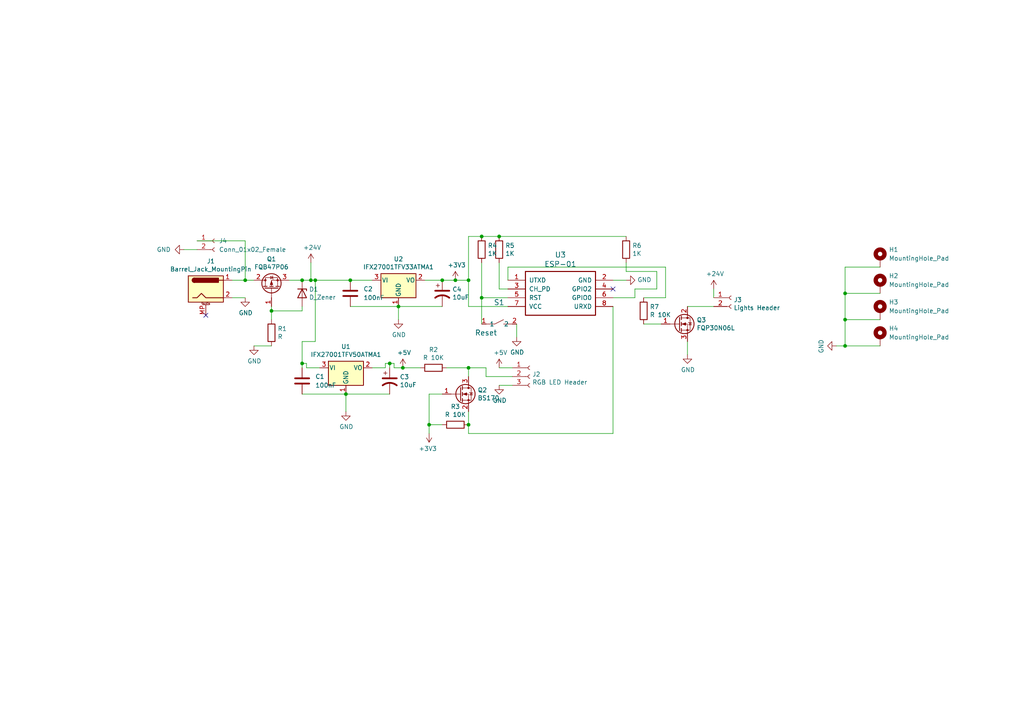
<source format=kicad_sch>
(kicad_sch (version 20211123) (generator eeschema)

  (uuid ff0a15eb-02f3-4a2e-a183-16c9389a6833)

  (paper "A4")

  (lib_symbols
    (symbol "Connector:Barrel_Jack_MountingPin" (pin_names hide) (in_bom yes) (on_board yes)
      (property "Reference" "J" (id 0) (at 0 5.334 0)
        (effects (font (size 1.27 1.27)))
      )
      (property "Value" "Barrel_Jack_MountingPin" (id 1) (at 1.27 -6.35 0)
        (effects (font (size 1.27 1.27)) (justify left))
      )
      (property "Footprint" "" (id 2) (at 1.27 -1.016 0)
        (effects (font (size 1.27 1.27)) hide)
      )
      (property "Datasheet" "~" (id 3) (at 1.27 -1.016 0)
        (effects (font (size 1.27 1.27)) hide)
      )
      (property "ki_keywords" "DC power barrel jack connector" (id 4) (at 0 0 0)
        (effects (font (size 1.27 1.27)) hide)
      )
      (property "ki_description" "DC Barrel Jack with a mounting pin" (id 5) (at 0 0 0)
        (effects (font (size 1.27 1.27)) hide)
      )
      (property "ki_fp_filters" "BarrelJack*" (id 6) (at 0 0 0)
        (effects (font (size 1.27 1.27)) hide)
      )
      (symbol "Barrel_Jack_MountingPin_0_1"
        (rectangle (start -5.08 3.81) (end 5.08 -3.81)
          (stroke (width 0.254) (type default) (color 0 0 0 0))
          (fill (type background))
        )
        (arc (start -3.302 3.175) (mid -3.937 2.54) (end -3.302 1.905)
          (stroke (width 0.254) (type default) (color 0 0 0 0))
          (fill (type none))
        )
        (arc (start -3.302 3.175) (mid -3.937 2.54) (end -3.302 1.905)
          (stroke (width 0.254) (type default) (color 0 0 0 0))
          (fill (type outline))
        )
        (polyline
          (pts
            (xy 5.08 2.54)
            (xy 3.81 2.54)
          )
          (stroke (width 0.254) (type default) (color 0 0 0 0))
          (fill (type none))
        )
        (polyline
          (pts
            (xy -3.81 -2.54)
            (xy -2.54 -2.54)
            (xy -1.27 -1.27)
            (xy 0 -2.54)
            (xy 2.54 -2.54)
            (xy 5.08 -2.54)
          )
          (stroke (width 0.254) (type default) (color 0 0 0 0))
          (fill (type none))
        )
        (rectangle (start 3.683 3.175) (end -3.302 1.905)
          (stroke (width 0.254) (type default) (color 0 0 0 0))
          (fill (type outline))
        )
      )
      (symbol "Barrel_Jack_MountingPin_1_1"
        (polyline
          (pts
            (xy -1.016 -4.572)
            (xy 1.016 -4.572)
          )
          (stroke (width 0.1524) (type default) (color 0 0 0 0))
          (fill (type none))
        )
        (text "Mounting" (at 0 -4.191 0)
          (effects (font (size 0.381 0.381)))
        )
        (pin passive line (at 7.62 2.54 180) (length 2.54)
          (name "~" (effects (font (size 1.27 1.27))))
          (number "1" (effects (font (size 1.27 1.27))))
        )
        (pin passive line (at 7.62 -2.54 180) (length 2.54)
          (name "~" (effects (font (size 1.27 1.27))))
          (number "2" (effects (font (size 1.27 1.27))))
        )
        (pin passive line (at 0 -7.62 90) (length 3.048)
          (name "MountPin" (effects (font (size 1.27 1.27))))
          (number "MP" (effects (font (size 1.27 1.27))))
        )
      )
    )
    (symbol "Connector:Conn_01x02_Female" (pin_names (offset 1.016) hide) (in_bom yes) (on_board yes)
      (property "Reference" "J" (id 0) (at 0 2.54 0)
        (effects (font (size 1.27 1.27)))
      )
      (property "Value" "Conn_01x02_Female" (id 1) (at 0 -5.08 0)
        (effects (font (size 1.27 1.27)))
      )
      (property "Footprint" "" (id 2) (at 0 0 0)
        (effects (font (size 1.27 1.27)) hide)
      )
      (property "Datasheet" "~" (id 3) (at 0 0 0)
        (effects (font (size 1.27 1.27)) hide)
      )
      (property "ki_keywords" "connector" (id 4) (at 0 0 0)
        (effects (font (size 1.27 1.27)) hide)
      )
      (property "ki_description" "Generic connector, single row, 01x02, script generated (kicad-library-utils/schlib/autogen/connector/)" (id 5) (at 0 0 0)
        (effects (font (size 1.27 1.27)) hide)
      )
      (property "ki_fp_filters" "Connector*:*_1x??_*" (id 6) (at 0 0 0)
        (effects (font (size 1.27 1.27)) hide)
      )
      (symbol "Conn_01x02_Female_1_1"
        (arc (start 0 -2.032) (mid -0.508 -2.54) (end 0 -3.048)
          (stroke (width 0.1524) (type default) (color 0 0 0 0))
          (fill (type none))
        )
        (polyline
          (pts
            (xy -1.27 -2.54)
            (xy -0.508 -2.54)
          )
          (stroke (width 0.1524) (type default) (color 0 0 0 0))
          (fill (type none))
        )
        (polyline
          (pts
            (xy -1.27 0)
            (xy -0.508 0)
          )
          (stroke (width 0.1524) (type default) (color 0 0 0 0))
          (fill (type none))
        )
        (arc (start 0 0.508) (mid -0.508 0) (end 0 -0.508)
          (stroke (width 0.1524) (type default) (color 0 0 0 0))
          (fill (type none))
        )
        (pin passive line (at -5.08 0 0) (length 3.81)
          (name "Pin_1" (effects (font (size 1.27 1.27))))
          (number "1" (effects (font (size 1.27 1.27))))
        )
        (pin passive line (at -5.08 -2.54 0) (length 3.81)
          (name "Pin_2" (effects (font (size 1.27 1.27))))
          (number "2" (effects (font (size 1.27 1.27))))
        )
      )
    )
    (symbol "Connector:Conn_01x03_Female" (pin_names (offset 1.016) hide) (in_bom yes) (on_board yes)
      (property "Reference" "J" (id 0) (at 0 5.08 0)
        (effects (font (size 1.27 1.27)))
      )
      (property "Value" "Conn_01x03_Female" (id 1) (at 0 -5.08 0)
        (effects (font (size 1.27 1.27)))
      )
      (property "Footprint" "" (id 2) (at 0 0 0)
        (effects (font (size 1.27 1.27)) hide)
      )
      (property "Datasheet" "~" (id 3) (at 0 0 0)
        (effects (font (size 1.27 1.27)) hide)
      )
      (property "ki_keywords" "connector" (id 4) (at 0 0 0)
        (effects (font (size 1.27 1.27)) hide)
      )
      (property "ki_description" "Generic connector, single row, 01x03, script generated (kicad-library-utils/schlib/autogen/connector/)" (id 5) (at 0 0 0)
        (effects (font (size 1.27 1.27)) hide)
      )
      (property "ki_fp_filters" "Connector*:*_1x??_*" (id 6) (at 0 0 0)
        (effects (font (size 1.27 1.27)) hide)
      )
      (symbol "Conn_01x03_Female_1_1"
        (arc (start 0 -2.032) (mid -0.508 -2.54) (end 0 -3.048)
          (stroke (width 0.1524) (type default) (color 0 0 0 0))
          (fill (type none))
        )
        (polyline
          (pts
            (xy -1.27 -2.54)
            (xy -0.508 -2.54)
          )
          (stroke (width 0.1524) (type default) (color 0 0 0 0))
          (fill (type none))
        )
        (polyline
          (pts
            (xy -1.27 0)
            (xy -0.508 0)
          )
          (stroke (width 0.1524) (type default) (color 0 0 0 0))
          (fill (type none))
        )
        (polyline
          (pts
            (xy -1.27 2.54)
            (xy -0.508 2.54)
          )
          (stroke (width 0.1524) (type default) (color 0 0 0 0))
          (fill (type none))
        )
        (arc (start 0 0.508) (mid -0.508 0) (end 0 -0.508)
          (stroke (width 0.1524) (type default) (color 0 0 0 0))
          (fill (type none))
        )
        (arc (start 0 3.048) (mid -0.508 2.54) (end 0 2.032)
          (stroke (width 0.1524) (type default) (color 0 0 0 0))
          (fill (type none))
        )
        (pin passive line (at -5.08 2.54 0) (length 3.81)
          (name "Pin_1" (effects (font (size 1.27 1.27))))
          (number "1" (effects (font (size 1.27 1.27))))
        )
        (pin passive line (at -5.08 0 0) (length 3.81)
          (name "Pin_2" (effects (font (size 1.27 1.27))))
          (number "2" (effects (font (size 1.27 1.27))))
        )
        (pin passive line (at -5.08 -2.54 0) (length 3.81)
          (name "Pin_3" (effects (font (size 1.27 1.27))))
          (number "3" (effects (font (size 1.27 1.27))))
        )
      )
    )
    (symbol "Device:C" (pin_numbers hide) (pin_names (offset 0.254)) (in_bom yes) (on_board yes)
      (property "Reference" "C" (id 0) (at 0.635 2.54 0)
        (effects (font (size 1.27 1.27)) (justify left))
      )
      (property "Value" "C" (id 1) (at 0.635 -2.54 0)
        (effects (font (size 1.27 1.27)) (justify left))
      )
      (property "Footprint" "" (id 2) (at 0.9652 -3.81 0)
        (effects (font (size 1.27 1.27)) hide)
      )
      (property "Datasheet" "~" (id 3) (at 0 0 0)
        (effects (font (size 1.27 1.27)) hide)
      )
      (property "ki_keywords" "cap capacitor" (id 4) (at 0 0 0)
        (effects (font (size 1.27 1.27)) hide)
      )
      (property "ki_description" "Unpolarized capacitor" (id 5) (at 0 0 0)
        (effects (font (size 1.27 1.27)) hide)
      )
      (property "ki_fp_filters" "C_*" (id 6) (at 0 0 0)
        (effects (font (size 1.27 1.27)) hide)
      )
      (symbol "C_0_1"
        (polyline
          (pts
            (xy -2.032 -0.762)
            (xy 2.032 -0.762)
          )
          (stroke (width 0.508) (type default) (color 0 0 0 0))
          (fill (type none))
        )
        (polyline
          (pts
            (xy -2.032 0.762)
            (xy 2.032 0.762)
          )
          (stroke (width 0.508) (type default) (color 0 0 0 0))
          (fill (type none))
        )
      )
      (symbol "C_1_1"
        (pin passive line (at 0 3.81 270) (length 2.794)
          (name "~" (effects (font (size 1.27 1.27))))
          (number "1" (effects (font (size 1.27 1.27))))
        )
        (pin passive line (at 0 -3.81 90) (length 2.794)
          (name "~" (effects (font (size 1.27 1.27))))
          (number "2" (effects (font (size 1.27 1.27))))
        )
      )
    )
    (symbol "Device:D_Zener" (pin_numbers hide) (pin_names (offset 1.016) hide) (in_bom yes) (on_board yes)
      (property "Reference" "D" (id 0) (at 0 2.54 0)
        (effects (font (size 1.27 1.27)))
      )
      (property "Value" "D_Zener" (id 1) (at 0 -2.54 0)
        (effects (font (size 1.27 1.27)))
      )
      (property "Footprint" "" (id 2) (at 0 0 0)
        (effects (font (size 1.27 1.27)) hide)
      )
      (property "Datasheet" "~" (id 3) (at 0 0 0)
        (effects (font (size 1.27 1.27)) hide)
      )
      (property "ki_keywords" "diode" (id 4) (at 0 0 0)
        (effects (font (size 1.27 1.27)) hide)
      )
      (property "ki_description" "Zener diode" (id 5) (at 0 0 0)
        (effects (font (size 1.27 1.27)) hide)
      )
      (property "ki_fp_filters" "TO-???* *_Diode_* *SingleDiode* D_*" (id 6) (at 0 0 0)
        (effects (font (size 1.27 1.27)) hide)
      )
      (symbol "D_Zener_0_1"
        (polyline
          (pts
            (xy 1.27 0)
            (xy -1.27 0)
          )
          (stroke (width 0) (type default) (color 0 0 0 0))
          (fill (type none))
        )
        (polyline
          (pts
            (xy -1.27 -1.27)
            (xy -1.27 1.27)
            (xy -0.762 1.27)
          )
          (stroke (width 0.254) (type default) (color 0 0 0 0))
          (fill (type none))
        )
        (polyline
          (pts
            (xy 1.27 -1.27)
            (xy 1.27 1.27)
            (xy -1.27 0)
            (xy 1.27 -1.27)
          )
          (stroke (width 0.254) (type default) (color 0 0 0 0))
          (fill (type none))
        )
      )
      (symbol "D_Zener_1_1"
        (pin passive line (at -3.81 0 0) (length 2.54)
          (name "K" (effects (font (size 1.27 1.27))))
          (number "1" (effects (font (size 1.27 1.27))))
        )
        (pin passive line (at 3.81 0 180) (length 2.54)
          (name "A" (effects (font (size 1.27 1.27))))
          (number "2" (effects (font (size 1.27 1.27))))
        )
      )
    )
    (symbol "Device:R" (pin_numbers hide) (pin_names (offset 0)) (in_bom yes) (on_board yes)
      (property "Reference" "R" (id 0) (at 2.032 0 90)
        (effects (font (size 1.27 1.27)))
      )
      (property "Value" "R" (id 1) (at 0 0 90)
        (effects (font (size 1.27 1.27)))
      )
      (property "Footprint" "" (id 2) (at -1.778 0 90)
        (effects (font (size 1.27 1.27)) hide)
      )
      (property "Datasheet" "~" (id 3) (at 0 0 0)
        (effects (font (size 1.27 1.27)) hide)
      )
      (property "ki_keywords" "R res resistor" (id 4) (at 0 0 0)
        (effects (font (size 1.27 1.27)) hide)
      )
      (property "ki_description" "Resistor" (id 5) (at 0 0 0)
        (effects (font (size 1.27 1.27)) hide)
      )
      (property "ki_fp_filters" "R_*" (id 6) (at 0 0 0)
        (effects (font (size 1.27 1.27)) hide)
      )
      (symbol "R_0_1"
        (rectangle (start -1.016 -2.54) (end 1.016 2.54)
          (stroke (width 0.254) (type default) (color 0 0 0 0))
          (fill (type none))
        )
      )
      (symbol "R_1_1"
        (pin passive line (at 0 3.81 270) (length 1.27)
          (name "~" (effects (font (size 1.27 1.27))))
          (number "1" (effects (font (size 1.27 1.27))))
        )
        (pin passive line (at 0 -3.81 90) (length 1.27)
          (name "~" (effects (font (size 1.27 1.27))))
          (number "2" (effects (font (size 1.27 1.27))))
        )
      )
    )
    (symbol "Mechanical:MountingHole_Pad" (pin_numbers hide) (pin_names (offset 1.016) hide) (in_bom yes) (on_board yes)
      (property "Reference" "H" (id 0) (at 0 6.35 0)
        (effects (font (size 1.27 1.27)))
      )
      (property "Value" "MountingHole_Pad" (id 1) (at 0 4.445 0)
        (effects (font (size 1.27 1.27)))
      )
      (property "Footprint" "" (id 2) (at 0 0 0)
        (effects (font (size 1.27 1.27)) hide)
      )
      (property "Datasheet" "~" (id 3) (at 0 0 0)
        (effects (font (size 1.27 1.27)) hide)
      )
      (property "ki_keywords" "mounting hole" (id 4) (at 0 0 0)
        (effects (font (size 1.27 1.27)) hide)
      )
      (property "ki_description" "Mounting Hole with connection" (id 5) (at 0 0 0)
        (effects (font (size 1.27 1.27)) hide)
      )
      (property "ki_fp_filters" "MountingHole*Pad*" (id 6) (at 0 0 0)
        (effects (font (size 1.27 1.27)) hide)
      )
      (symbol "MountingHole_Pad_0_1"
        (circle (center 0 1.27) (radius 1.27)
          (stroke (width 1.27) (type default) (color 0 0 0 0))
          (fill (type none))
        )
      )
      (symbol "MountingHole_Pad_1_1"
        (pin input line (at 0 -2.54 90) (length 2.54)
          (name "1" (effects (font (size 1.27 1.27))))
          (number "1" (effects (font (size 1.27 1.27))))
        )
      )
    )
    (symbol "Regulator_Linear:AMS1117-3.3" (pin_names (offset 0.254)) (in_bom yes) (on_board yes)
      (property "Reference" "U" (id 0) (at -3.81 3.175 0)
        (effects (font (size 1.27 1.27)))
      )
      (property "Value" "AMS1117-3.3" (id 1) (at 0 3.175 0)
        (effects (font (size 1.27 1.27)) (justify left))
      )
      (property "Footprint" "Package_TO_SOT_SMD:SOT-223-3_TabPin2" (id 2) (at 0 5.08 0)
        (effects (font (size 1.27 1.27)) hide)
      )
      (property "Datasheet" "http://www.advanced-monolithic.com/pdf/ds1117.pdf" (id 3) (at 2.54 -6.35 0)
        (effects (font (size 1.27 1.27)) hide)
      )
      (property "ki_keywords" "linear regulator ldo fixed positive" (id 4) (at 0 0 0)
        (effects (font (size 1.27 1.27)) hide)
      )
      (property "ki_description" "1A Low Dropout regulator, positive, 3.3V fixed output, SOT-223" (id 5) (at 0 0 0)
        (effects (font (size 1.27 1.27)) hide)
      )
      (property "ki_fp_filters" "SOT?223*TabPin2*" (id 6) (at 0 0 0)
        (effects (font (size 1.27 1.27)) hide)
      )
      (symbol "AMS1117-3.3_0_1"
        (rectangle (start -5.08 -5.08) (end 5.08 1.905)
          (stroke (width 0.254) (type default) (color 0 0 0 0))
          (fill (type background))
        )
      )
      (symbol "AMS1117-3.3_1_1"
        (pin power_in line (at 0 -7.62 90) (length 2.54)
          (name "GND" (effects (font (size 1.27 1.27))))
          (number "1" (effects (font (size 1.27 1.27))))
        )
        (pin power_out line (at 7.62 0 180) (length 2.54)
          (name "VO" (effects (font (size 1.27 1.27))))
          (number "2" (effects (font (size 1.27 1.27))))
        )
        (pin power_in line (at -7.62 0 0) (length 2.54)
          (name "VI" (effects (font (size 1.27 1.27))))
          (number "3" (effects (font (size 1.27 1.27))))
        )
      )
    )
    (symbol "Simplified01-rescue:+3.3V-power" (power) (pin_names (offset 0)) (in_bom yes) (on_board yes)
      (property "Reference" "#PWR" (id 0) (at 0 -3.81 0)
        (effects (font (size 1.27 1.27)) hide)
      )
      (property "Value" "+3.3V-power" (id 1) (at 0 3.556 0)
        (effects (font (size 1.27 1.27)))
      )
      (property "Footprint" "" (id 2) (at 0 0 0)
        (effects (font (size 1.27 1.27)) hide)
      )
      (property "Datasheet" "" (id 3) (at 0 0 0)
        (effects (font (size 1.27 1.27)) hide)
      )
      (symbol "+3.3V-power_0_1"
        (polyline
          (pts
            (xy -0.762 1.27)
            (xy 0 2.54)
          )
          (stroke (width 0) (type default) (color 0 0 0 0))
          (fill (type none))
        )
        (polyline
          (pts
            (xy 0 0)
            (xy 0 2.54)
          )
          (stroke (width 0) (type default) (color 0 0 0 0))
          (fill (type none))
        )
        (polyline
          (pts
            (xy 0 2.54)
            (xy 0.762 1.27)
          )
          (stroke (width 0) (type default) (color 0 0 0 0))
          (fill (type none))
        )
      )
      (symbol "+3.3V-power_1_1"
        (pin power_in line (at 0 0 90) (length 0) hide
          (name "+3V3" (effects (font (size 1.27 1.27))))
          (number "1" (effects (font (size 1.27 1.27))))
        )
      )
    )
    (symbol "Simplified01-rescue:CP1-Device" (pin_numbers hide) (pin_names (offset 0.254) hide) (in_bom yes) (on_board yes)
      (property "Reference" "C" (id 0) (at 0.635 2.54 0)
        (effects (font (size 1.27 1.27)) (justify left))
      )
      (property "Value" "CP1-Device" (id 1) (at 0.635 -2.54 0)
        (effects (font (size 1.27 1.27)) (justify left))
      )
      (property "Footprint" "" (id 2) (at 0 0 0)
        (effects (font (size 1.27 1.27)) hide)
      )
      (property "Datasheet" "" (id 3) (at 0 0 0)
        (effects (font (size 1.27 1.27)) hide)
      )
      (property "ki_fp_filters" "CP_*" (id 4) (at 0 0 0)
        (effects (font (size 1.27 1.27)) hide)
      )
      (symbol "CP1-Device_0_1"
        (polyline
          (pts
            (xy -2.032 0.762)
            (xy 2.032 0.762)
          )
          (stroke (width 0.508) (type default) (color 0 0 0 0))
          (fill (type none))
        )
        (polyline
          (pts
            (xy -1.778 2.286)
            (xy -0.762 2.286)
          )
          (stroke (width 0) (type default) (color 0 0 0 0))
          (fill (type none))
        )
        (polyline
          (pts
            (xy -1.27 1.778)
            (xy -1.27 2.794)
          )
          (stroke (width 0) (type default) (color 0 0 0 0))
          (fill (type none))
        )
        (arc (start 2.032 -1.27) (mid 0 -0.5572) (end -2.032 -1.27)
          (stroke (width 0.508) (type default) (color 0 0 0 0))
          (fill (type none))
        )
      )
      (symbol "CP1-Device_1_1"
        (pin passive line (at 0 3.81 270) (length 2.794)
          (name "~" (effects (font (size 1.27 1.27))))
          (number "1" (effects (font (size 1.27 1.27))))
        )
        (pin passive line (at 0 -3.81 90) (length 3.302)
          (name "~" (effects (font (size 1.27 1.27))))
          (number "2" (effects (font (size 1.27 1.27))))
        )
      )
    )
    (symbol "Simplified01-rescue:ESP-01-espressif-xess" (pin_names (offset 1.016)) (in_bom yes) (on_board yes)
      (property "Reference" "U" (id 0) (at 5.08 6.35 0)
        (effects (font (size 1.524 1.524)) (justify left))
      )
      (property "Value" "ESP-01-espressif-xess" (id 1) (at 5.08 3.81 0)
        (effects (font (size 1.524 1.524)) (justify left))
      )
      (property "Footprint" "" (id 2) (at 0 0 0)
        (effects (font (size 1.27 1.27)) hide)
      )
      (property "Datasheet" "" (id 3) (at 0 0 0)
        (effects (font (size 1.27 1.27)) hide)
      )
      (property "ki_locked" "" (id 4) (at 0 0 0)
        (effects (font (size 1.27 1.27)))
      )
      (symbol "ESP-01-espressif-xess_1_1"
        (rectangle (start 5.08 2.54) (end 25.4 -10.16)
          (stroke (width 0.3048) (type default) (color 0 0 0 0))
          (fill (type none))
        )
        (pin output line (at 0 0 0) (length 5.08)
          (name "UTXD" (effects (font (size 1.27 1.27))))
          (number "1" (effects (font (size 1.27 1.27))))
        )
        (pin power_in line (at 30.48 0 180) (length 5.08)
          (name "GND" (effects (font (size 1.27 1.27))))
          (number "2" (effects (font (size 1.27 1.27))))
        )
        (pin input line (at 0 -2.54 0) (length 5.08)
          (name "CH_PD" (effects (font (size 1.27 1.27))))
          (number "3" (effects (font (size 1.27 1.27))))
        )
        (pin tri_state line (at 30.48 -2.54 180) (length 5.08)
          (name "GPIO2" (effects (font (size 1.27 1.27))))
          (number "4" (effects (font (size 1.27 1.27))))
        )
        (pin input line (at 0 -5.08 0) (length 5.08)
          (name "RST" (effects (font (size 1.27 1.27))))
          (number "5" (effects (font (size 1.27 1.27))))
        )
        (pin tri_state line (at 30.48 -5.08 180) (length 5.08)
          (name "GPIO0" (effects (font (size 1.27 1.27))))
          (number "6" (effects (font (size 1.27 1.27))))
        )
        (pin power_in line (at 0 -7.62 0) (length 5.08)
          (name "VCC" (effects (font (size 1.27 1.27))))
          (number "7" (effects (font (size 1.27 1.27))))
        )
        (pin input line (at 30.48 -7.62 180) (length 5.08)
          (name "URXD" (effects (font (size 1.27 1.27))))
          (number "8" (effects (font (size 1.27 1.27))))
        )
      )
    )
    (symbol "Simplified01-rescue:SW-K-Type" (pin_names (offset 1.016)) (in_bom yes) (on_board yes)
      (property "Reference" "S" (id 0) (at 0 2.54 0)
        (effects (font (size 1.524 1.524)))
      )
      (property "Value" "SW-K-Type" (id 1) (at 0 -1.27 0)
        (effects (font (size 1.524 1.524)))
      )
      (property "Footprint" "" (id 2) (at 0 0 0)
        (effects (font (size 1.524 1.524)))
      )
      (property "Datasheet" "" (id 3) (at 0 0 0)
        (effects (font (size 1.524 1.524)))
      )
      (symbol "SW-K-Type_0_1"
        (polyline
          (pts
            (xy 2.54 0)
            (xy 1.27 0)
          )
          (stroke (width 0) (type default) (color 0 0 0 0))
          (fill (type none))
        )
        (polyline
          (pts
            (xy 3.81 0)
            (xy 2.54 0)
          )
          (stroke (width 0) (type default) (color 0 0 0 0))
          (fill (type none))
        )
        (polyline
          (pts
            (xy 1.27 1.27)
            (xy -1.27 0)
            (xy -3.81 0)
          )
          (stroke (width 0) (type default) (color 0 0 0 0))
          (fill (type none))
        )
      )
      (symbol "SW-K-Type_1_1"
        (pin bidirectional line (at -5.08 0 0) (length 1.27)
          (name "1" (effects (font (size 1.27 1.27))))
          (number "1" (effects (font (size 1.27 1.27))))
        )
        (pin bidirectional line (at 5.08 0 180) (length 1.27)
          (name "2" (effects (font (size 1.27 1.27))))
          (number "2" (effects (font (size 1.27 1.27))))
        )
      )
    )
    (symbol "Transistor_FET:BS170F" (pin_names hide) (in_bom yes) (on_board yes)
      (property "Reference" "Q" (id 0) (at 5.08 1.905 0)
        (effects (font (size 1.27 1.27)) (justify left))
      )
      (property "Value" "BS170F" (id 1) (at 5.08 0 0)
        (effects (font (size 1.27 1.27)) (justify left))
      )
      (property "Footprint" "Package_TO_SOT_SMD:SOT-23" (id 2) (at 5.08 -1.905 0)
        (effects (font (size 1.27 1.27) italic) (justify left) hide)
      )
      (property "Datasheet" "http://www.diodes.com/assets/Datasheets/BS170F.pdf" (id 3) (at 0 0 0)
        (effects (font (size 1.27 1.27)) (justify left) hide)
      )
      (property "ki_keywords" "N-Channel MOSFET" (id 4) (at 0 0 0)
        (effects (font (size 1.27 1.27)) hide)
      )
      (property "ki_description" "0.15A Id, 60V Vds, N-Channel MOSFET, SOT-23" (id 5) (at 0 0 0)
        (effects (font (size 1.27 1.27)) hide)
      )
      (property "ki_fp_filters" "SOT?23*" (id 6) (at 0 0 0)
        (effects (font (size 1.27 1.27)) hide)
      )
      (symbol "BS170F_0_1"
        (polyline
          (pts
            (xy 0.254 0)
            (xy -2.54 0)
          )
          (stroke (width 0) (type default) (color 0 0 0 0))
          (fill (type none))
        )
        (polyline
          (pts
            (xy 0.254 1.905)
            (xy 0.254 -1.905)
          )
          (stroke (width 0.254) (type default) (color 0 0 0 0))
          (fill (type none))
        )
        (polyline
          (pts
            (xy 0.762 -1.27)
            (xy 0.762 -2.286)
          )
          (stroke (width 0.254) (type default) (color 0 0 0 0))
          (fill (type none))
        )
        (polyline
          (pts
            (xy 0.762 0.508)
            (xy 0.762 -0.508)
          )
          (stroke (width 0.254) (type default) (color 0 0 0 0))
          (fill (type none))
        )
        (polyline
          (pts
            (xy 0.762 2.286)
            (xy 0.762 1.27)
          )
          (stroke (width 0.254) (type default) (color 0 0 0 0))
          (fill (type none))
        )
        (polyline
          (pts
            (xy 2.54 2.54)
            (xy 2.54 1.778)
          )
          (stroke (width 0) (type default) (color 0 0 0 0))
          (fill (type none))
        )
        (polyline
          (pts
            (xy 2.54 -2.54)
            (xy 2.54 0)
            (xy 0.762 0)
          )
          (stroke (width 0) (type default) (color 0 0 0 0))
          (fill (type none))
        )
        (polyline
          (pts
            (xy 0.762 -1.778)
            (xy 3.302 -1.778)
            (xy 3.302 1.778)
            (xy 0.762 1.778)
          )
          (stroke (width 0) (type default) (color 0 0 0 0))
          (fill (type none))
        )
        (polyline
          (pts
            (xy 1.016 0)
            (xy 2.032 0.381)
            (xy 2.032 -0.381)
            (xy 1.016 0)
          )
          (stroke (width 0) (type default) (color 0 0 0 0))
          (fill (type outline))
        )
        (polyline
          (pts
            (xy 2.794 0.508)
            (xy 2.921 0.381)
            (xy 3.683 0.381)
            (xy 3.81 0.254)
          )
          (stroke (width 0) (type default) (color 0 0 0 0))
          (fill (type none))
        )
        (polyline
          (pts
            (xy 3.302 0.381)
            (xy 2.921 -0.254)
            (xy 3.683 -0.254)
            (xy 3.302 0.381)
          )
          (stroke (width 0) (type default) (color 0 0 0 0))
          (fill (type none))
        )
        (circle (center 1.651 0) (radius 2.794)
          (stroke (width 0.254) (type default) (color 0 0 0 0))
          (fill (type none))
        )
        (circle (center 2.54 -1.778) (radius 0.254)
          (stroke (width 0) (type default) (color 0 0 0 0))
          (fill (type outline))
        )
        (circle (center 2.54 1.778) (radius 0.254)
          (stroke (width 0) (type default) (color 0 0 0 0))
          (fill (type outline))
        )
      )
      (symbol "BS170F_1_1"
        (pin input line (at -5.08 0 0) (length 2.54)
          (name "G" (effects (font (size 1.27 1.27))))
          (number "1" (effects (font (size 1.27 1.27))))
        )
        (pin passive line (at 2.54 -5.08 90) (length 2.54)
          (name "S" (effects (font (size 1.27 1.27))))
          (number "2" (effects (font (size 1.27 1.27))))
        )
        (pin passive line (at 2.54 5.08 270) (length 2.54)
          (name "D" (effects (font (size 1.27 1.27))))
          (number "3" (effects (font (size 1.27 1.27))))
        )
      )
    )
    (symbol "Transistor_FET:IRLB8721PBF" (pin_names hide) (in_bom yes) (on_board yes)
      (property "Reference" "Q" (id 0) (at 6.35 1.905 0)
        (effects (font (size 1.27 1.27)) (justify left))
      )
      (property "Value" "IRLB8721PBF" (id 1) (at 6.35 0 0)
        (effects (font (size 1.27 1.27)) (justify left))
      )
      (property "Footprint" "Package_TO_SOT_THT:TO-220-3_Vertical" (id 2) (at 6.35 -1.905 0)
        (effects (font (size 1.27 1.27) italic) (justify left) hide)
      )
      (property "Datasheet" "http://www.infineon.com/dgdl/irlb8721pbf.pdf?fileId=5546d462533600a40153566056732591" (id 3) (at 0 0 0)
        (effects (font (size 1.27 1.27)) (justify left) hide)
      )
      (property "ki_keywords" "N-Channel HEXFET MOSFET Logic-Level" (id 4) (at 0 0 0)
        (effects (font (size 1.27 1.27)) hide)
      )
      (property "ki_description" "62A Id, 30V Vds, 8.7 mOhm Rds, N-Channel HEXFET Power MOSFET, TO-220" (id 5) (at 0 0 0)
        (effects (font (size 1.27 1.27)) hide)
      )
      (property "ki_fp_filters" "TO?220*" (id 6) (at 0 0 0)
        (effects (font (size 1.27 1.27)) hide)
      )
      (symbol "IRLB8721PBF_0_1"
        (polyline
          (pts
            (xy 0.254 0)
            (xy -2.54 0)
          )
          (stroke (width 0) (type default) (color 0 0 0 0))
          (fill (type none))
        )
        (polyline
          (pts
            (xy 0.254 1.905)
            (xy 0.254 -1.905)
          )
          (stroke (width 0.254) (type default) (color 0 0 0 0))
          (fill (type none))
        )
        (polyline
          (pts
            (xy 0.762 -1.27)
            (xy 0.762 -2.286)
          )
          (stroke (width 0.254) (type default) (color 0 0 0 0))
          (fill (type none))
        )
        (polyline
          (pts
            (xy 0.762 0.508)
            (xy 0.762 -0.508)
          )
          (stroke (width 0.254) (type default) (color 0 0 0 0))
          (fill (type none))
        )
        (polyline
          (pts
            (xy 0.762 2.286)
            (xy 0.762 1.27)
          )
          (stroke (width 0.254) (type default) (color 0 0 0 0))
          (fill (type none))
        )
        (polyline
          (pts
            (xy 2.54 2.54)
            (xy 2.54 1.778)
          )
          (stroke (width 0) (type default) (color 0 0 0 0))
          (fill (type none))
        )
        (polyline
          (pts
            (xy 2.54 -2.54)
            (xy 2.54 0)
            (xy 0.762 0)
          )
          (stroke (width 0) (type default) (color 0 0 0 0))
          (fill (type none))
        )
        (polyline
          (pts
            (xy 0.762 -1.778)
            (xy 3.302 -1.778)
            (xy 3.302 1.778)
            (xy 0.762 1.778)
          )
          (stroke (width 0) (type default) (color 0 0 0 0))
          (fill (type none))
        )
        (polyline
          (pts
            (xy 1.016 0)
            (xy 2.032 0.381)
            (xy 2.032 -0.381)
            (xy 1.016 0)
          )
          (stroke (width 0) (type default) (color 0 0 0 0))
          (fill (type outline))
        )
        (polyline
          (pts
            (xy 2.794 0.508)
            (xy 2.921 0.381)
            (xy 3.683 0.381)
            (xy 3.81 0.254)
          )
          (stroke (width 0) (type default) (color 0 0 0 0))
          (fill (type none))
        )
        (polyline
          (pts
            (xy 3.302 0.381)
            (xy 2.921 -0.254)
            (xy 3.683 -0.254)
            (xy 3.302 0.381)
          )
          (stroke (width 0) (type default) (color 0 0 0 0))
          (fill (type none))
        )
        (circle (center 1.651 0) (radius 2.794)
          (stroke (width 0.254) (type default) (color 0 0 0 0))
          (fill (type none))
        )
        (circle (center 2.54 -1.778) (radius 0.254)
          (stroke (width 0) (type default) (color 0 0 0 0))
          (fill (type outline))
        )
        (circle (center 2.54 1.778) (radius 0.254)
          (stroke (width 0) (type default) (color 0 0 0 0))
          (fill (type outline))
        )
      )
      (symbol "IRLB8721PBF_1_1"
        (pin input line (at -5.08 0 0) (length 2.54)
          (name "G" (effects (font (size 1.27 1.27))))
          (number "1" (effects (font (size 1.27 1.27))))
        )
        (pin passive line (at 2.54 5.08 270) (length 2.54)
          (name "D" (effects (font (size 1.27 1.27))))
          (number "2" (effects (font (size 1.27 1.27))))
        )
        (pin passive line (at 2.54 -5.08 90) (length 2.54)
          (name "S" (effects (font (size 1.27 1.27))))
          (number "3" (effects (font (size 1.27 1.27))))
        )
      )
    )
    (symbol "Transistor_FET:SUD50P06-15" (pin_names hide) (in_bom yes) (on_board yes)
      (property "Reference" "Q" (id 0) (at 4.953 1.905 0)
        (effects (font (size 1.27 1.27)) (justify left))
      )
      (property "Value" "SUD50P06-15" (id 1) (at 4.953 0 0)
        (effects (font (size 1.27 1.27)) (justify left))
      )
      (property "Footprint" "Package_TO_SOT_SMD:TO-252-2" (id 2) (at 4.953 -1.905 0)
        (effects (font (size 1.27 1.27) italic) (justify left) hide)
      )
      (property "Datasheet" "https://www.vishay.com/docs/68940/sud50p06.pdf" (id 3) (at 0 0 0)
        (effects (font (size 1.27 1.27)) hide)
      )
      (property "ki_keywords" "TrenchFET P-Channel Power MOSFET" (id 4) (at 0 0 0)
        (effects (font (size 1.27 1.27)) hide)
      )
      (property "ki_description" "50A Id, 60V Vds, TrenchFET P-Channel Power MOSFET, 15mOhm Ron, 165nC Qg, -55 to 150 °C, TO-252-2" (id 5) (at 0 0 0)
        (effects (font (size 1.27 1.27)) hide)
      )
      (property "ki_fp_filters" "TO?252*" (id 6) (at 0 0 0)
        (effects (font (size 1.27 1.27)) hide)
      )
      (symbol "SUD50P06-15_0_1"
        (polyline
          (pts
            (xy 0.254 0)
            (xy -2.54 0)
          )
          (stroke (width 0) (type default) (color 0 0 0 0))
          (fill (type none))
        )
        (polyline
          (pts
            (xy 0.254 1.905)
            (xy 0.254 -1.905)
          )
          (stroke (width 0.254) (type default) (color 0 0 0 0))
          (fill (type none))
        )
        (polyline
          (pts
            (xy 0.762 -1.27)
            (xy 0.762 -2.286)
          )
          (stroke (width 0.254) (type default) (color 0 0 0 0))
          (fill (type none))
        )
        (polyline
          (pts
            (xy 0.762 0.508)
            (xy 0.762 -0.508)
          )
          (stroke (width 0.254) (type default) (color 0 0 0 0))
          (fill (type none))
        )
        (polyline
          (pts
            (xy 0.762 2.286)
            (xy 0.762 1.27)
          )
          (stroke (width 0.254) (type default) (color 0 0 0 0))
          (fill (type none))
        )
        (polyline
          (pts
            (xy 2.54 2.54)
            (xy 2.54 1.778)
          )
          (stroke (width 0) (type default) (color 0 0 0 0))
          (fill (type none))
        )
        (polyline
          (pts
            (xy 2.54 -2.54)
            (xy 2.54 0)
            (xy 0.762 0)
          )
          (stroke (width 0) (type default) (color 0 0 0 0))
          (fill (type none))
        )
        (polyline
          (pts
            (xy 0.762 1.778)
            (xy 3.302 1.778)
            (xy 3.302 -1.778)
            (xy 0.762 -1.778)
          )
          (stroke (width 0) (type default) (color 0 0 0 0))
          (fill (type none))
        )
        (polyline
          (pts
            (xy 2.286 0)
            (xy 1.27 0.381)
            (xy 1.27 -0.381)
            (xy 2.286 0)
          )
          (stroke (width 0) (type default) (color 0 0 0 0))
          (fill (type outline))
        )
        (polyline
          (pts
            (xy 2.794 -0.508)
            (xy 2.921 -0.381)
            (xy 3.683 -0.381)
            (xy 3.81 -0.254)
          )
          (stroke (width 0) (type default) (color 0 0 0 0))
          (fill (type none))
        )
        (polyline
          (pts
            (xy 3.302 -0.381)
            (xy 2.921 0.254)
            (xy 3.683 0.254)
            (xy 3.302 -0.381)
          )
          (stroke (width 0) (type default) (color 0 0 0 0))
          (fill (type none))
        )
        (circle (center 1.651 0) (radius 2.794)
          (stroke (width 0.254) (type default) (color 0 0 0 0))
          (fill (type none))
        )
        (circle (center 2.54 -1.778) (radius 0.254)
          (stroke (width 0) (type default) (color 0 0 0 0))
          (fill (type outline))
        )
        (circle (center 2.54 1.778) (radius 0.254)
          (stroke (width 0) (type default) (color 0 0 0 0))
          (fill (type outline))
        )
      )
      (symbol "SUD50P06-15_1_1"
        (pin input line (at -5.08 0 0) (length 2.54)
          (name "G" (effects (font (size 1.27 1.27))))
          (number "1" (effects (font (size 1.27 1.27))))
        )
        (pin passive line (at 2.54 5.08 270) (length 2.54)
          (name "D" (effects (font (size 1.27 1.27))))
          (number "2" (effects (font (size 1.27 1.27))))
        )
        (pin passive line (at 2.54 -5.08 90) (length 2.54)
          (name "S" (effects (font (size 1.27 1.27))))
          (number "3" (effects (font (size 1.27 1.27))))
        )
      )
    )
    (symbol "power:+24V" (power) (pin_names (offset 0)) (in_bom yes) (on_board yes)
      (property "Reference" "#PWR" (id 0) (at 0 -3.81 0)
        (effects (font (size 1.27 1.27)) hide)
      )
      (property "Value" "+24V" (id 1) (at 0 3.556 0)
        (effects (font (size 1.27 1.27)))
      )
      (property "Footprint" "" (id 2) (at 0 0 0)
        (effects (font (size 1.27 1.27)) hide)
      )
      (property "Datasheet" "" (id 3) (at 0 0 0)
        (effects (font (size 1.27 1.27)) hide)
      )
      (property "ki_keywords" "power-flag" (id 4) (at 0 0 0)
        (effects (font (size 1.27 1.27)) hide)
      )
      (property "ki_description" "Power symbol creates a global label with name \"+24V\"" (id 5) (at 0 0 0)
        (effects (font (size 1.27 1.27)) hide)
      )
      (symbol "+24V_0_1"
        (polyline
          (pts
            (xy -0.762 1.27)
            (xy 0 2.54)
          )
          (stroke (width 0) (type default) (color 0 0 0 0))
          (fill (type none))
        )
        (polyline
          (pts
            (xy 0 0)
            (xy 0 2.54)
          )
          (stroke (width 0) (type default) (color 0 0 0 0))
          (fill (type none))
        )
        (polyline
          (pts
            (xy 0 2.54)
            (xy 0.762 1.27)
          )
          (stroke (width 0) (type default) (color 0 0 0 0))
          (fill (type none))
        )
      )
      (symbol "+24V_1_1"
        (pin power_in line (at 0 0 90) (length 0) hide
          (name "+24V" (effects (font (size 1.27 1.27))))
          (number "1" (effects (font (size 1.27 1.27))))
        )
      )
    )
    (symbol "power:+5V" (power) (pin_names (offset 0)) (in_bom yes) (on_board yes)
      (property "Reference" "#PWR" (id 0) (at 0 -3.81 0)
        (effects (font (size 1.27 1.27)) hide)
      )
      (property "Value" "+5V" (id 1) (at 0 3.556 0)
        (effects (font (size 1.27 1.27)))
      )
      (property "Footprint" "" (id 2) (at 0 0 0)
        (effects (font (size 1.27 1.27)) hide)
      )
      (property "Datasheet" "" (id 3) (at 0 0 0)
        (effects (font (size 1.27 1.27)) hide)
      )
      (property "ki_keywords" "power-flag" (id 4) (at 0 0 0)
        (effects (font (size 1.27 1.27)) hide)
      )
      (property "ki_description" "Power symbol creates a global label with name \"+5V\"" (id 5) (at 0 0 0)
        (effects (font (size 1.27 1.27)) hide)
      )
      (symbol "+5V_0_1"
        (polyline
          (pts
            (xy -0.762 1.27)
            (xy 0 2.54)
          )
          (stroke (width 0) (type default) (color 0 0 0 0))
          (fill (type none))
        )
        (polyline
          (pts
            (xy 0 0)
            (xy 0 2.54)
          )
          (stroke (width 0) (type default) (color 0 0 0 0))
          (fill (type none))
        )
        (polyline
          (pts
            (xy 0 2.54)
            (xy 0.762 1.27)
          )
          (stroke (width 0) (type default) (color 0 0 0 0))
          (fill (type none))
        )
      )
      (symbol "+5V_1_1"
        (pin power_in line (at 0 0 90) (length 0) hide
          (name "+5V" (effects (font (size 1.27 1.27))))
          (number "1" (effects (font (size 1.27 1.27))))
        )
      )
    )
    (symbol "power:GND" (power) (pin_names (offset 0)) (in_bom yes) (on_board yes)
      (property "Reference" "#PWR" (id 0) (at 0 -6.35 0)
        (effects (font (size 1.27 1.27)) hide)
      )
      (property "Value" "GND" (id 1) (at 0 -3.81 0)
        (effects (font (size 1.27 1.27)))
      )
      (property "Footprint" "" (id 2) (at 0 0 0)
        (effects (font (size 1.27 1.27)) hide)
      )
      (property "Datasheet" "" (id 3) (at 0 0 0)
        (effects (font (size 1.27 1.27)) hide)
      )
      (property "ki_keywords" "power-flag" (id 4) (at 0 0 0)
        (effects (font (size 1.27 1.27)) hide)
      )
      (property "ki_description" "Power symbol creates a global label with name \"GND\" , ground" (id 5) (at 0 0 0)
        (effects (font (size 1.27 1.27)) hide)
      )
      (symbol "GND_0_1"
        (polyline
          (pts
            (xy 0 0)
            (xy 0 -1.27)
            (xy 1.27 -1.27)
            (xy 0 -2.54)
            (xy -1.27 -1.27)
            (xy 0 -1.27)
          )
          (stroke (width 0) (type default) (color 0 0 0 0))
          (fill (type none))
        )
      )
      (symbol "GND_1_1"
        (pin power_in line (at 0 0 270) (length 0) hide
          (name "GND" (effects (font (size 1.27 1.27))))
          (number "1" (effects (font (size 1.27 1.27))))
        )
      )
    )
  )

  (junction (at 135.89 106.68) (diameter 0) (color 0 0 0 0)
    (uuid 0c7705e5-442e-411b-b86d-5ec72874f0b8)
  )
  (junction (at 245.11 100.33) (diameter 0) (color 0 0 0 0)
    (uuid 1d3a133d-b1eb-4d3a-95df-eb3b8b34e1aa)
  )
  (junction (at 245.11 92.71) (diameter 0) (color 0 0 0 0)
    (uuid 220e3df9-fd27-4c2c-bcc7-394686d7f970)
  )
  (junction (at 135.89 123.19) (diameter 0) (color 0 0 0 0)
    (uuid 253e1ea5-a8c9-49d9-87ce-eafa20532f47)
  )
  (junction (at 91.44 81.28) (diameter 0) (color 0 0 0 0)
    (uuid 27d412a5-2fc1-4b0c-8f17-0ba45a4adad9)
  )
  (junction (at 128.27 81.28) (diameter 0) (color 0 0 0 0)
    (uuid 2905ec33-0a92-42bf-ac0a-c7f0c7def4a1)
  )
  (junction (at 101.6 81.28) (diameter 0) (color 0 0 0 0)
    (uuid 3eaa5e7b-d010-4e49-a016-a4113bda0c89)
  )
  (junction (at 87.63 105.41) (diameter 0) (color 0 0 0 0)
    (uuid 549a50b1-530f-48dd-850c-7f7c03eda475)
  )
  (junction (at 144.78 68.58) (diameter 0) (color 0 0 0 0)
    (uuid 6a1c8352-4daf-4587-8249-62f1a3137da7)
  )
  (junction (at 113.03 105.41) (diameter 0) (color 0 0 0 0)
    (uuid 82cb4ed1-b777-41dc-b5f7-563622fe4cf9)
  )
  (junction (at 71.12 81.28) (diameter 0) (color 0 0 0 0)
    (uuid 82ef7cfb-0b3b-4514-8151-7a74bf6b1057)
  )
  (junction (at 90.17 81.28) (diameter 0) (color 0 0 0 0)
    (uuid 967ea80d-13d9-4c1c-ad96-8050fb79b2b9)
  )
  (junction (at 116.84 106.68) (diameter 0) (color 0 0 0 0)
    (uuid 999c5b0d-d3bc-4ca5-956b-992f3835fce6)
  )
  (junction (at 124.46 123.19) (diameter 0) (color 0 0 0 0)
    (uuid a92e2a5e-4d73-4f22-bd15-072738cd49f0)
  )
  (junction (at 115.57 88.9) (diameter 0) (color 0 0 0 0)
    (uuid bba0f0ab-a576-45a9-979f-a66461798fd8)
  )
  (junction (at 135.89 81.28) (diameter 0) (color 0 0 0 0)
    (uuid cddb29d8-0050-41c7-9012-7848aa5a1717)
  )
  (junction (at 100.33 114.3) (diameter 0) (color 0 0 0 0)
    (uuid d8f56511-33dc-486b-b327-234a26b28800)
  )
  (junction (at 132.08 81.28) (diameter 0) (color 0 0 0 0)
    (uuid dab48e11-ae26-4112-98ea-4b7d534f4b22)
  )
  (junction (at 78.74 90.17) (diameter 0) (color 0 0 0 0)
    (uuid e7df6815-f915-4cfc-b7ca-cd92d118f2ca)
  )
  (junction (at 87.63 81.28) (diameter 0) (color 0 0 0 0)
    (uuid e8011c3c-7985-4b06-b56c-e4e9c863970d)
  )
  (junction (at 139.7 86.36) (diameter 0) (color 0 0 0 0)
    (uuid e9195ceb-e671-466c-a786-062f3d5bac06)
  )
  (junction (at 139.7 68.58) (diameter 0) (color 0 0 0 0)
    (uuid f0d1db8e-2481-4e7c-9a77-3743b0fba374)
  )
  (junction (at 245.11 85.09) (diameter 0) (color 0 0 0 0)
    (uuid ff7fbd16-00c8-4348-a440-d4de5b82f284)
  )

  (no_connect (at 59.69 91.44) (uuid 11a9e775-e829-4db8-8a6b-142098630d28))
  (no_connect (at 177.8 83.82) (uuid b6e84d78-0dd0-4538-a410-307589f55cd0))

  (wire (pts (xy 255.27 77.47) (xy 245.11 77.47))
    (stroke (width 0) (type default) (color 0 0 0 0))
    (uuid 09e190a4-440c-460b-8d9f-95570b416352)
  )
  (wire (pts (xy 78.74 90.17) (xy 78.74 92.71))
    (stroke (width 0) (type default) (color 0 0 0 0))
    (uuid 0b7e7c94-25c5-457f-9762-cf1e772a7d2e)
  )
  (wire (pts (xy 53.34 72.39) (xy 57.15 72.39))
    (stroke (width 0) (type default) (color 0 0 0 0))
    (uuid 0bb66289-cab1-40df-8d14-af71dd122bce)
  )
  (wire (pts (xy 207.01 83.82) (xy 207.01 86.36))
    (stroke (width 0) (type default) (color 0 0 0 0))
    (uuid 0cc42577-d7f4-4069-87b5-240aa4b2b285)
  )
  (wire (pts (xy 87.63 105.41) (xy 87.63 106.68))
    (stroke (width 0) (type default) (color 0 0 0 0))
    (uuid 0e6c4caf-003d-4645-8a55-55f32a95adee)
  )
  (wire (pts (xy 144.78 111.76) (xy 148.59 111.76))
    (stroke (width 0) (type default) (color 0 0 0 0))
    (uuid 160b623d-e5fc-4843-9ea5-8b82db30784d)
  )
  (wire (pts (xy 135.89 119.38) (xy 135.89 123.19))
    (stroke (width 0) (type default) (color 0 0 0 0))
    (uuid 19dde73f-2dd6-45ac-90b5-4f682b194915)
  )
  (wire (pts (xy 242.57 100.33) (xy 245.11 100.33))
    (stroke (width 0) (type default) (color 0 0 0 0))
    (uuid 1c429812-20bc-4364-8c67-4c36f7e5ce38)
  )
  (wire (pts (xy 123.19 81.28) (xy 128.27 81.28))
    (stroke (width 0) (type default) (color 0 0 0 0))
    (uuid 1cb827e9-bb44-4b0d-a100-24065312344e)
  )
  (wire (pts (xy 144.78 106.68) (xy 148.59 106.68))
    (stroke (width 0) (type default) (color 0 0 0 0))
    (uuid 23330d72-f012-447f-8ce7-cca0f2ae05e5)
  )
  (wire (pts (xy 245.11 85.09) (xy 245.11 92.71))
    (stroke (width 0) (type default) (color 0 0 0 0))
    (uuid 2b42c081-844b-4a5a-80b0-ff238fb26dc3)
  )
  (wire (pts (xy 135.89 123.19) (xy 135.89 125.73))
    (stroke (width 0) (type default) (color 0 0 0 0))
    (uuid 2d2c0203-ee30-4b00-8c3a-8b77278b75c9)
  )
  (wire (pts (xy 87.63 114.3) (xy 100.33 114.3))
    (stroke (width 0) (type default) (color 0 0 0 0))
    (uuid 31bb9e4a-8674-430b-aca6-2075df3eff40)
  )
  (wire (pts (xy 190.5 78.74) (xy 181.61 78.74))
    (stroke (width 0) (type default) (color 0 0 0 0))
    (uuid 3622f36b-9768-4054-9484-e77b8dfa5dfc)
  )
  (wire (pts (xy 128.27 81.28) (xy 132.08 81.28))
    (stroke (width 0) (type default) (color 0 0 0 0))
    (uuid 3bb2c9dc-eb87-4c3d-9317-9fcdd1bae210)
  )
  (wire (pts (xy 245.11 92.71) (xy 255.27 92.71))
    (stroke (width 0) (type default) (color 0 0 0 0))
    (uuid 42280253-3815-41e7-bfd2-ecaa8d55243a)
  )
  (wire (pts (xy 245.11 77.47) (xy 245.11 85.09))
    (stroke (width 0) (type default) (color 0 0 0 0))
    (uuid 47736077-4164-4960-b046-c64d30ff0d18)
  )
  (wire (pts (xy 78.74 100.33) (xy 73.66 100.33))
    (stroke (width 0) (type default) (color 0 0 0 0))
    (uuid 4c493b3e-8e0e-4d73-a87b-3b0b86bbc4b4)
  )
  (wire (pts (xy 128.27 114.3) (xy 124.46 114.3))
    (stroke (width 0) (type default) (color 0 0 0 0))
    (uuid 4f56e842-8d61-4d3b-a9b0-95086069360c)
  )
  (wire (pts (xy 111.76 105.41) (xy 113.03 105.41))
    (stroke (width 0) (type default) (color 0 0 0 0))
    (uuid 5193b9f5-7c6b-4e98-8e9b-a33c4a059c7d)
  )
  (wire (pts (xy 101.6 81.28) (xy 107.95 81.28))
    (stroke (width 0) (type default) (color 0 0 0 0))
    (uuid 540de9e9-aaf3-42ba-8213-5b7fdd4c00e1)
  )
  (wire (pts (xy 190.5 83.82) (xy 190.5 78.74))
    (stroke (width 0) (type default) (color 0 0 0 0))
    (uuid 5479ed49-4389-4521-9422-2d0acfb0c577)
  )
  (wire (pts (xy 132.08 81.28) (xy 135.89 81.28))
    (stroke (width 0) (type default) (color 0 0 0 0))
    (uuid 55e22d16-4f50-40fd-be49-be94c85c8084)
  )
  (wire (pts (xy 113.03 114.3) (xy 100.33 114.3))
    (stroke (width 0) (type default) (color 0 0 0 0))
    (uuid 57206344-7744-457e-ac45-d04c75d443b8)
  )
  (wire (pts (xy 177.8 88.9) (xy 177.8 125.73))
    (stroke (width 0) (type default) (color 0 0 0 0))
    (uuid 58e8ea82-9150-41f8-af5d-e8baf59b8482)
  )
  (wire (pts (xy 113.03 105.41) (xy 113.03 106.68))
    (stroke (width 0) (type default) (color 0 0 0 0))
    (uuid 5912da9c-08c1-4d61-935c-7d7f9ecb7da2)
  )
  (wire (pts (xy 87.63 90.17) (xy 78.74 90.17))
    (stroke (width 0) (type default) (color 0 0 0 0))
    (uuid 5a4e12e9-c780-4af1-8779-3dd9f6941064)
  )
  (wire (pts (xy 91.44 81.28) (xy 91.44 99.06))
    (stroke (width 0) (type default) (color 0 0 0 0))
    (uuid 5ca2d69b-4513-48a7-90e9-12feba4795ec)
  )
  (wire (pts (xy 135.89 106.68) (xy 140.97 106.68))
    (stroke (width 0) (type default) (color 0 0 0 0))
    (uuid 5e49540f-ad1e-49d7-9c09-d276c1ca7011)
  )
  (wire (pts (xy 114.3 106.68) (xy 116.84 106.68))
    (stroke (width 0) (type default) (color 0 0 0 0))
    (uuid 6197ab4a-4d66-4bf2-a3c6-2489f9390ba1)
  )
  (wire (pts (xy 100.33 114.3) (xy 100.33 119.38))
    (stroke (width 0) (type default) (color 0 0 0 0))
    (uuid 64009110-2683-41a1-9d7a-22e20c3169f7)
  )
  (wire (pts (xy 245.11 85.09) (xy 255.27 85.09))
    (stroke (width 0) (type default) (color 0 0 0 0))
    (uuid 6aec3319-f6bc-49b2-bd2b-6a4138b31887)
  )
  (wire (pts (xy 245.11 100.33) (xy 245.11 92.71))
    (stroke (width 0) (type default) (color 0 0 0 0))
    (uuid 6be2a5a9-efba-4141-90ca-57f6ac59a924)
  )
  (wire (pts (xy 184.15 83.82) (xy 184.15 86.36))
    (stroke (width 0) (type default) (color 0 0 0 0))
    (uuid 6f116b29-3e74-49a3-98fd-4952c17e428a)
  )
  (wire (pts (xy 255.27 100.33) (xy 245.11 100.33))
    (stroke (width 0) (type default) (color 0 0 0 0))
    (uuid 703ede0e-b311-4de4-87df-6c7221b9a306)
  )
  (wire (pts (xy 90.17 81.28) (xy 91.44 81.28))
    (stroke (width 0) (type default) (color 0 0 0 0))
    (uuid 737826d1-3a0c-4d83-8201-c9866e3efa84)
  )
  (wire (pts (xy 193.04 77.47) (xy 193.04 86.36))
    (stroke (width 0) (type default) (color 0 0 0 0))
    (uuid 75fbe9ee-24c8-4ef2-9be6-c66306696974)
  )
  (wire (pts (xy 90.17 76.2) (xy 90.17 81.28))
    (stroke (width 0) (type default) (color 0 0 0 0))
    (uuid 78062ea3-c0fb-4b5a-bb00-f2181db53750)
  )
  (wire (pts (xy 140.97 109.22) (xy 148.59 109.22))
    (stroke (width 0) (type default) (color 0 0 0 0))
    (uuid 79f65076-ae8d-4c41-9d93-306d1cd4133a)
  )
  (wire (pts (xy 193.04 86.36) (xy 186.69 86.36))
    (stroke (width 0) (type default) (color 0 0 0 0))
    (uuid 7ccad68a-3320-43cb-acd0-177b9acd2714)
  )
  (wire (pts (xy 91.44 81.28) (xy 101.6 81.28))
    (stroke (width 0) (type default) (color 0 0 0 0))
    (uuid 8504534c-e847-4de7-a872-3cb5fd9ade63)
  )
  (wire (pts (xy 121.92 106.68) (xy 116.84 106.68))
    (stroke (width 0) (type default) (color 0 0 0 0))
    (uuid 8a035740-0565-4f5b-8dfb-d607e77ad652)
  )
  (wire (pts (xy 177.8 81.28) (xy 181.61 81.28))
    (stroke (width 0) (type default) (color 0 0 0 0))
    (uuid 927e8201-5a85-4dfc-bbcf-d09825d6717b)
  )
  (wire (pts (xy 139.7 86.36) (xy 147.32 86.36))
    (stroke (width 0) (type default) (color 0 0 0 0))
    (uuid 9611e1b7-9f2c-490b-8a5e-a5d0002005e9)
  )
  (wire (pts (xy 124.46 114.3) (xy 124.46 123.19))
    (stroke (width 0) (type default) (color 0 0 0 0))
    (uuid 9a735a5f-e275-4bc4-b4a1-a6c701ddbaac)
  )
  (wire (pts (xy 67.31 81.28) (xy 71.12 81.28))
    (stroke (width 0) (type default) (color 0 0 0 0))
    (uuid 9cf38027-e216-4de3-9d95-590c1e3961ed)
  )
  (wire (pts (xy 124.46 125.73) (xy 124.46 123.19))
    (stroke (width 0) (type default) (color 0 0 0 0))
    (uuid 9d15ccd1-60e2-4829-a32e-67d1370e73f9)
  )
  (wire (pts (xy 115.57 88.9) (xy 115.57 92.71))
    (stroke (width 0) (type default) (color 0 0 0 0))
    (uuid a1a6db0a-caaf-4cf8-9712-3a7fecf3c8f3)
  )
  (wire (pts (xy 83.82 81.28) (xy 87.63 81.28))
    (stroke (width 0) (type default) (color 0 0 0 0))
    (uuid a2b78233-eb7f-4b9c-82ee-6421f552e1aa)
  )
  (wire (pts (xy 184.15 86.36) (xy 177.8 86.36))
    (stroke (width 0) (type default) (color 0 0 0 0))
    (uuid ab692d8f-764b-4004-b0a3-ec2ac4a1a1ef)
  )
  (wire (pts (xy 87.63 81.28) (xy 90.17 81.28))
    (stroke (width 0) (type default) (color 0 0 0 0))
    (uuid acd1c296-2fb7-4695-8108-898e6ae15a60)
  )
  (wire (pts (xy 135.89 68.58) (xy 139.7 68.58))
    (stroke (width 0) (type default) (color 0 0 0 0))
    (uuid b4f48845-3cd5-4f79-b031-91e898bc5760)
  )
  (wire (pts (xy 128.27 88.9) (xy 115.57 88.9))
    (stroke (width 0) (type default) (color 0 0 0 0))
    (uuid b556d08f-ba98-49b7-bae5-557fd0416b3b)
  )
  (wire (pts (xy 149.86 93.98) (xy 149.86 97.79))
    (stroke (width 0) (type default) (color 0 0 0 0))
    (uuid b9a3e7d3-e644-4c7b-b186-45bf52dff7ce)
  )
  (wire (pts (xy 144.78 83.82) (xy 144.78 76.2))
    (stroke (width 0) (type default) (color 0 0 0 0))
    (uuid bb3d6b87-b3b7-4951-901b-6ea135d7280b)
  )
  (wire (pts (xy 181.61 78.74) (xy 181.61 76.2))
    (stroke (width 0) (type default) (color 0 0 0 0))
    (uuid c00bd6fe-464e-4210-a083-f12eab765318)
  )
  (wire (pts (xy 199.39 99.06) (xy 199.39 102.87))
    (stroke (width 0) (type default) (color 0 0 0 0))
    (uuid c1999c5f-2cb5-425a-91ea-30d72efa7e6b)
  )
  (wire (pts (xy 140.97 106.68) (xy 140.97 109.22))
    (stroke (width 0) (type default) (color 0 0 0 0))
    (uuid c2bf12eb-de5d-40fb-8c88-f8fdc7df0e16)
  )
  (wire (pts (xy 181.61 68.58) (xy 144.78 68.58))
    (stroke (width 0) (type default) (color 0 0 0 0))
    (uuid c35c2d74-6a48-4831-acb0-e15a32b92347)
  )
  (wire (pts (xy 92.71 106.68) (xy 88.9 106.68))
    (stroke (width 0) (type default) (color 0 0 0 0))
    (uuid c4f83676-a051-4612-8143-0988bd13ed40)
  )
  (wire (pts (xy 87.63 99.06) (xy 87.63 105.41))
    (stroke (width 0) (type default) (color 0 0 0 0))
    (uuid c6b64a9b-0e4d-4695-9000-f02e4ae4d816)
  )
  (wire (pts (xy 114.3 105.41) (xy 114.3 106.68))
    (stroke (width 0) (type default) (color 0 0 0 0))
    (uuid cabfc480-a049-4adb-bafe-fd8a24151174)
  )
  (wire (pts (xy 101.6 88.9) (xy 115.57 88.9))
    (stroke (width 0) (type default) (color 0 0 0 0))
    (uuid cc3b64a3-e30a-4742-ae2a-546d5b1a867c)
  )
  (wire (pts (xy 135.89 81.28) (xy 135.89 68.58))
    (stroke (width 0) (type default) (color 0 0 0 0))
    (uuid cc938430-5ac6-436d-87a2-dbb8d8430ffb)
  )
  (wire (pts (xy 57.15 69.85) (xy 71.12 69.85))
    (stroke (width 0) (type default) (color 0 0 0 0))
    (uuid ccbe398f-5eb1-44b0-9487-d4a7b2d7c118)
  )
  (wire (pts (xy 111.76 106.68) (xy 111.76 105.41))
    (stroke (width 0) (type default) (color 0 0 0 0))
    (uuid d3128d27-a206-4409-97e3-27775a5d7c81)
  )
  (wire (pts (xy 91.44 99.06) (xy 87.63 99.06))
    (stroke (width 0) (type default) (color 0 0 0 0))
    (uuid d72d3937-bb48-43de-addd-1f3ae8a9062b)
  )
  (wire (pts (xy 78.74 88.9) (xy 78.74 90.17))
    (stroke (width 0) (type default) (color 0 0 0 0))
    (uuid d7fd0e46-6ece-4c0a-bea2-54583ff89213)
  )
  (wire (pts (xy 190.5 83.82) (xy 184.15 83.82))
    (stroke (width 0) (type default) (color 0 0 0 0))
    (uuid da04e767-e31a-4a8e-9d6b-8264d9ba19a2)
  )
  (wire (pts (xy 124.46 123.19) (xy 128.27 123.19))
    (stroke (width 0) (type default) (color 0 0 0 0))
    (uuid dd1e5993-109f-4909-9757-be0f80ef9f44)
  )
  (wire (pts (xy 139.7 86.36) (xy 139.7 93.98))
    (stroke (width 0) (type default) (color 0 0 0 0))
    (uuid df0a559c-7186-412d-a404-55bd6dbf12fa)
  )
  (wire (pts (xy 113.03 105.41) (xy 114.3 105.41))
    (stroke (width 0) (type default) (color 0 0 0 0))
    (uuid df60798a-66fa-46d7-b3ef-8305fd797e78)
  )
  (wire (pts (xy 147.32 83.82) (xy 144.78 83.82))
    (stroke (width 0) (type default) (color 0 0 0 0))
    (uuid e0915de1-f5dc-4cf0-b919-5d8a24cc9899)
  )
  (wire (pts (xy 71.12 69.85) (xy 71.12 81.28))
    (stroke (width 0) (type default) (color 0 0 0 0))
    (uuid e19e41c3-0c8e-450e-ac0c-adaa6cef6f83)
  )
  (wire (pts (xy 207.01 88.9) (xy 199.39 88.9))
    (stroke (width 0) (type default) (color 0 0 0 0))
    (uuid e8045d0c-e988-4977-b26a-94a02374b3f9)
  )
  (wire (pts (xy 139.7 68.58) (xy 144.78 68.58))
    (stroke (width 0) (type default) (color 0 0 0 0))
    (uuid e99aaece-0d40-4585-99f8-7de7ce75a96e)
  )
  (wire (pts (xy 147.32 81.28) (xy 147.32 77.47))
    (stroke (width 0) (type default) (color 0 0 0 0))
    (uuid ea5be8e6-9554-4515-af98-97c272b8216a)
  )
  (wire (pts (xy 87.63 105.41) (xy 88.9 105.41))
    (stroke (width 0) (type default) (color 0 0 0 0))
    (uuid ea693ab2-019f-48da-80c9-575f15063ffd)
  )
  (wire (pts (xy 107.95 106.68) (xy 111.76 106.68))
    (stroke (width 0) (type default) (color 0 0 0 0))
    (uuid ec40bcdd-4018-4541-80a4-460ea6c73960)
  )
  (wire (pts (xy 67.31 86.36) (xy 71.12 86.36))
    (stroke (width 0) (type default) (color 0 0 0 0))
    (uuid ee03faf4-a57a-4913-91d4-e92e13038170)
  )
  (wire (pts (xy 71.12 81.28) (xy 73.66 81.28))
    (stroke (width 0) (type default) (color 0 0 0 0))
    (uuid ee120789-9857-4055-9d32-e18ae58e7905)
  )
  (wire (pts (xy 139.7 76.2) (xy 139.7 86.36))
    (stroke (width 0) (type default) (color 0 0 0 0))
    (uuid f1490ab6-2523-4605-b3e9-0bd08bb5aacb)
  )
  (wire (pts (xy 147.32 77.47) (xy 193.04 77.47))
    (stroke (width 0) (type default) (color 0 0 0 0))
    (uuid f304649b-e1ca-4890-b438-c95931b76f9c)
  )
  (wire (pts (xy 88.9 106.68) (xy 88.9 105.41))
    (stroke (width 0) (type default) (color 0 0 0 0))
    (uuid f5dc9bdf-e2b1-41c1-b008-816e5053837d)
  )
  (wire (pts (xy 135.89 106.68) (xy 135.89 109.22))
    (stroke (width 0) (type default) (color 0 0 0 0))
    (uuid f68f5e93-39f7-4983-a56a-2b8cf53a3739)
  )
  (wire (pts (xy 135.89 88.9) (xy 147.32 88.9))
    (stroke (width 0) (type default) (color 0 0 0 0))
    (uuid f72bb990-726a-41ed-89f5-c057f852765f)
  )
  (wire (pts (xy 177.8 125.73) (xy 135.89 125.73))
    (stroke (width 0) (type default) (color 0 0 0 0))
    (uuid f778c166-dbfc-4670-ba90-7e4278cd3f02)
  )
  (wire (pts (xy 186.69 93.98) (xy 191.77 93.98))
    (stroke (width 0) (type default) (color 0 0 0 0))
    (uuid fca2e2c0-82bb-4bbc-9d16-c7b0a905f90c)
  )
  (wire (pts (xy 129.54 106.68) (xy 135.89 106.68))
    (stroke (width 0) (type default) (color 0 0 0 0))
    (uuid fdf4bd7f-217c-44ab-b956-502fb4108a6e)
  )
  (wire (pts (xy 135.89 81.28) (xy 135.89 88.9))
    (stroke (width 0) (type default) (color 0 0 0 0))
    (uuid fe3bbe0b-a17c-472b-b90b-65ef39962d96)
  )
  (wire (pts (xy 87.63 88.9) (xy 87.63 90.17))
    (stroke (width 0) (type default) (color 0 0 0 0))
    (uuid ff728fcb-cfd1-49c2-b16e-47980ec50c3a)
  )

  (symbol (lib_id "Simplified01-rescue:ESP-01-espressif-xess") (at 147.32 81.28 0) (unit 1)
    (in_bom yes) (on_board yes)
    (uuid 00000000-0000-0000-0000-00006303713d)
    (property "Reference" "U3" (id 0) (at 162.56 73.914 0)
      (effects (font (size 1.524 1.524)))
    )
    (property "Value" "ESP-01" (id 1) (at 162.56 76.6064 0)
      (effects (font (size 1.524 1.524)))
    )
    (property "Footprint" "ESP8266:ESP-01" (id 2) (at 147.32 81.28 0)
      (effects (font (size 1.27 1.27)) hide)
    )
    (property "Datasheet" "http://l0l.org.uk/2014/12/esp8266-modules-hardware-guide-gotta-catch-em-all/" (id 3) (at 147.32 81.28 0)
      (effects (font (size 1.27 1.27)) hide)
    )
    (pin "1" (uuid 04cbd268-3652-4ae5-9256-762643ada83e))
    (pin "2" (uuid 5d4d75cc-c9c0-4e17-90ee-e21fb537910a))
    (pin "3" (uuid 93105955-f3e1-4b68-b2a4-403fd15f5424))
    (pin "4" (uuid 6500a53c-3216-4046-a384-873b477ba5b5))
    (pin "5" (uuid a14964c3-6d84-4867-83b5-bd36d066c416))
    (pin "6" (uuid a63eee28-409a-4f15-a46f-6fca5d3386a1))
    (pin "7" (uuid 7e1b5a45-25c8-40e7-8d33-319df5be4e31))
    (pin "8" (uuid a3b7486a-e987-4535-881c-8b6aa567fdb2))
  )

  (symbol (lib_id "Connector:Barrel_Jack_MountingPin") (at 59.69 83.82 0) (unit 1)
    (in_bom yes) (on_board yes)
    (uuid 00000000-0000-0000-0000-000063038588)
    (property "Reference" "J1" (id 0) (at 61.1378 75.7682 0))
    (property "Value" "Barrel_Jack_MountingPin" (id 1) (at 61.1378 78.0796 0))
    (property "Footprint" "Connector_BarrelJack:BarrelJack_Horizontal" (id 2) (at 60.96 84.836 0)
      (effects (font (size 1.27 1.27)) hide)
    )
    (property "Datasheet" "~" (id 3) (at 60.96 84.836 0)
      (effects (font (size 1.27 1.27)) hide)
    )
    (pin "1" (uuid 049f5834-c67e-42c7-9681-adfe1a285d40))
    (pin "2" (uuid 76d8c565-8a90-49ae-97fe-e0adb9f0395d))
    (pin "MP" (uuid d83dfd3d-eb4f-4d3b-8c7e-19f58c794831))
  )

  (symbol (lib_id "Transistor_FET:SUD50P06-15") (at 78.74 83.82 90) (unit 1)
    (in_bom yes) (on_board yes)
    (uuid 00000000-0000-0000-0000-000063039f53)
    (property "Reference" "Q1" (id 0) (at 78.74 75.1332 90))
    (property "Value" "FQB47P06" (id 1) (at 78.74 77.4446 90))
    (property "Footprint" "Package_TO_SOT_SMD:TO-252-2" (id 2) (at 80.645 78.867 0)
      (effects (font (size 1.27 1.27) italic) (justify left) hide)
    )
    (property "Datasheet" "https://www.vishay.com/docs/68940/sud50p06.pdf" (id 3) (at 78.74 83.82 0)
      (effects (font (size 1.27 1.27)) hide)
    )
    (pin "1" (uuid 2ffe6be4-a21e-40e7-804f-920ebc57ff4e))
    (pin "2" (uuid c8ebb8b1-9910-4f95-bd3d-a82e8b8b4442))
    (pin "3" (uuid 00bffe4f-6508-4628-b1b4-cbef7bff88d2))
  )

  (symbol (lib_id "Device:D_Zener") (at 87.63 85.09 270) (unit 1)
    (in_bom yes) (on_board yes)
    (uuid 00000000-0000-0000-0000-00006303b8b1)
    (property "Reference" "D1" (id 0) (at 89.6366 83.9216 90)
      (effects (font (size 1.27 1.27)) (justify left))
    )
    (property "Value" "D_Zener" (id 1) (at 89.6366 86.233 90)
      (effects (font (size 1.27 1.27)) (justify left))
    )
    (property "Footprint" "Diode_SMD:D_SOD-123F" (id 2) (at 87.63 85.09 0)
      (effects (font (size 1.27 1.27)) hide)
    )
    (property "Datasheet" "~" (id 3) (at 87.63 85.09 0)
      (effects (font (size 1.27 1.27)) hide)
    )
    (pin "1" (uuid 70b6d14b-8a42-4201-98e3-ece198c34d3c))
    (pin "2" (uuid 6e853363-406c-47d5-a7b7-3e48f31330d5))
  )

  (symbol (lib_id "Device:R") (at 78.74 96.52 0) (unit 1)
    (in_bom yes) (on_board yes)
    (uuid 00000000-0000-0000-0000-00006303eae2)
    (property "Reference" "R1" (id 0) (at 80.518 95.3516 0)
      (effects (font (size 1.27 1.27)) (justify left))
    )
    (property "Value" "R" (id 1) (at 80.518 97.663 0)
      (effects (font (size 1.27 1.27)) (justify left))
    )
    (property "Footprint" "Resistor_SMD:R_1206_3216Metric_Pad1.30x1.75mm_HandSolder" (id 2) (at 76.962 96.52 90)
      (effects (font (size 1.27 1.27)) hide)
    )
    (property "Datasheet" "~" (id 3) (at 78.74 96.52 0)
      (effects (font (size 1.27 1.27)) hide)
    )
    (pin "1" (uuid ffac9e13-cd74-4e2d-852f-61baf0606919))
    (pin "2" (uuid fbc278f2-ed7d-4bf2-b3b2-1adf33941c53))
  )

  (symbol (lib_id "Regulator_Linear:AMS1117-3.3") (at 115.57 81.28 0) (unit 1)
    (in_bom yes) (on_board yes)
    (uuid 00000000-0000-0000-0000-000063041a5b)
    (property "Reference" "U2" (id 0) (at 115.57 75.1332 0))
    (property "Value" "IFX27001TFV33ATMA1" (id 1) (at 115.57 77.4446 0))
    (property "Footprint" "Package_TO_SOT_SMD:TO-252-3_TabPin2" (id 2) (at 115.57 76.2 0)
      (effects (font (size 1.27 1.27)) hide)
    )
    (property "Datasheet" "http://www.advanced-monolithic.com/pdf/ds1117.pdf" (id 3) (at 118.11 87.63 0)
      (effects (font (size 1.27 1.27)) hide)
    )
    (pin "1" (uuid 3490f9ce-f42e-4c03-8422-05aeebb5adef))
    (pin "2" (uuid 8e2eccd9-9e15-4898-8777-b2894f9e336f))
    (pin "3" (uuid b578aa47-45df-47c5-96bf-ddc4d82c6482))
  )

  (symbol (lib_id "Simplified01-rescue:CP1-Device") (at 128.27 85.09 0) (unit 1)
    (in_bom yes) (on_board yes)
    (uuid 00000000-0000-0000-0000-000063044c74)
    (property "Reference" "C4" (id 0) (at 131.191 83.9216 0)
      (effects (font (size 1.27 1.27)) (justify left))
    )
    (property "Value" "10uF" (id 1) (at 131.191 86.233 0)
      (effects (font (size 1.27 1.27)) (justify left))
    )
    (property "Footprint" "Capacitor_SMD:CP_Elec_5x5.4" (id 2) (at 128.27 85.09 0)
      (effects (font (size 1.27 1.27)) hide)
    )
    (property "Datasheet" "~" (id 3) (at 128.27 85.09 0)
      (effects (font (size 1.27 1.27)) hide)
    )
    (pin "1" (uuid a0fa5690-027c-434e-98c2-68b90a894d29))
    (pin "2" (uuid e1a4db26-f015-4431-b9f7-4c12c9f3ce79))
  )

  (symbol (lib_id "Device:R") (at 139.7 72.39 0) (unit 1)
    (in_bom yes) (on_board yes)
    (uuid 00000000-0000-0000-0000-00006304a8ba)
    (property "Reference" "R4" (id 0) (at 141.478 71.2216 0)
      (effects (font (size 1.27 1.27)) (justify left))
    )
    (property "Value" "1K" (id 1) (at 141.478 73.533 0)
      (effects (font (size 1.27 1.27)) (justify left))
    )
    (property "Footprint" "Resistor_SMD:R_1206_3216Metric_Pad1.30x1.75mm_HandSolder" (id 2) (at 137.922 72.39 90)
      (effects (font (size 1.27 1.27)) hide)
    )
    (property "Datasheet" "~" (id 3) (at 139.7 72.39 0)
      (effects (font (size 1.27 1.27)) hide)
    )
    (pin "1" (uuid 1d3a45ce-cc88-4eb8-9979-8d0088933d45))
    (pin "2" (uuid 639edd10-701a-44d9-8842-5b0ae760868e))
  )

  (symbol (lib_id "Device:R") (at 144.78 72.39 0) (unit 1)
    (in_bom yes) (on_board yes)
    (uuid 00000000-0000-0000-0000-00006304ce4b)
    (property "Reference" "R5" (id 0) (at 146.558 71.2216 0)
      (effects (font (size 1.27 1.27)) (justify left))
    )
    (property "Value" "1K" (id 1) (at 146.558 73.533 0)
      (effects (font (size 1.27 1.27)) (justify left))
    )
    (property "Footprint" "Resistor_SMD:R_1206_3216Metric_Pad1.30x1.75mm_HandSolder" (id 2) (at 143.002 72.39 90)
      (effects (font (size 1.27 1.27)) hide)
    )
    (property "Datasheet" "~" (id 3) (at 144.78 72.39 0)
      (effects (font (size 1.27 1.27)) hide)
    )
    (pin "1" (uuid 2a0e2dc5-8296-41c6-8280-b19f322b805d))
    (pin "2" (uuid c404e334-ac1a-4785-b7e3-b91d65e11c9c))
  )

  (symbol (lib_id "Simplified01-rescue:SW-K-Type") (at 144.78 93.98 0) (unit 1)
    (in_bom yes) (on_board yes)
    (uuid 00000000-0000-0000-0000-00006304dc4c)
    (property "Reference" "S1" (id 0) (at 144.78 87.7062 0)
      (effects (font (size 1.524 1.524)))
    )
    (property "Value" "Reset" (id 1) (at 140.97 96.52 0)
      (effects (font (size 1.524 1.524)))
    )
    (property "Footprint" "Button_Switch_SMD:SW_SPST_EVQPE1" (id 2) (at 144.78 93.98 0)
      (effects (font (size 1.524 1.524)) hide)
    )
    (property "Datasheet" "" (id 3) (at 144.78 93.98 0)
      (effects (font (size 1.524 1.524)))
    )
    (pin "1" (uuid 8ed0efdb-bcd2-4acb-8328-f4f803d7b60b))
    (pin "2" (uuid b0c960ad-c392-4c14-a6d4-fadfd756cb45))
  )

  (symbol (lib_id "Transistor_FET:IRLB8721PBF") (at 196.85 93.98 0) (unit 1)
    (in_bom yes) (on_board yes)
    (uuid 00000000-0000-0000-0000-00006304edfc)
    (property "Reference" "Q3" (id 0) (at 202.057 92.8116 0)
      (effects (font (size 1.27 1.27)) (justify left))
    )
    (property "Value" "FQP30N06L" (id 1) (at 202.057 95.123 0)
      (effects (font (size 1.27 1.27)) (justify left))
    )
    (property "Footprint" "Package_TO_SOT_THT:TO-220-3_Vertical" (id 2) (at 203.2 95.885 0)
      (effects (font (size 1.27 1.27) italic) (justify left) hide)
    )
    (property "Datasheet" "http://www.infineon.com/dgdl/irlb8721pbf.pdf?fileId=5546d462533600a40153566056732591" (id 3) (at 196.85 93.98 0)
      (effects (font (size 1.27 1.27)) (justify left) hide)
    )
    (pin "1" (uuid fbe511db-fd95-4ee9-bac7-6938d54177bf))
    (pin "2" (uuid 7702719b-ca2b-4936-8143-c7c362d26df4))
    (pin "3" (uuid e7236788-f448-4119-a6ee-8f5c3cac3139))
  )

  (symbol (lib_id "Transistor_FET:BS170F") (at 133.35 114.3 0) (unit 1)
    (in_bom yes) (on_board yes)
    (uuid 00000000-0000-0000-0000-00006305079a)
    (property "Reference" "Q2" (id 0) (at 138.5316 113.1316 0)
      (effects (font (size 1.27 1.27)) (justify left))
    )
    (property "Value" "BS170" (id 1) (at 138.5316 115.443 0)
      (effects (font (size 1.27 1.27)) (justify left))
    )
    (property "Footprint" "Package_TO_SOT_SMD:SOT-23" (id 2) (at 138.43 116.205 0)
      (effects (font (size 1.27 1.27) italic) (justify left) hide)
    )
    (property "Datasheet" "http://www.diodes.com/assets/Datasheets/BS170F.pdf" (id 3) (at 133.35 114.3 0)
      (effects (font (size 1.27 1.27)) (justify left) hide)
    )
    (pin "1" (uuid b7e4f432-f56b-47f7-bc89-e224cc0d6845))
    (pin "2" (uuid 11365a87-d608-4348-8e1b-37ebb87a1418))
    (pin "3" (uuid c4eb9e4b-9a0d-464f-8253-4ec042335440))
  )

  (symbol (lib_id "Device:R") (at 186.69 90.17 0) (unit 1)
    (in_bom yes) (on_board yes)
    (uuid 00000000-0000-0000-0000-000063051354)
    (property "Reference" "R7" (id 0) (at 188.468 89.0016 0)
      (effects (font (size 1.27 1.27)) (justify left))
    )
    (property "Value" "R 10K" (id 1) (at 188.468 91.313 0)
      (effects (font (size 1.27 1.27)) (justify left))
    )
    (property "Footprint" "Resistor_SMD:R_1206_3216Metric_Pad1.30x1.75mm_HandSolder" (id 2) (at 184.912 90.17 90)
      (effects (font (size 1.27 1.27)) hide)
    )
    (property "Datasheet" "~" (id 3) (at 186.69 90.17 0)
      (effects (font (size 1.27 1.27)) hide)
    )
    (pin "1" (uuid 65ad376e-a5db-4a05-824a-96fdb7b15d43))
    (pin "2" (uuid 9b7cc133-8753-4477-b92e-ab1642b77559))
  )

  (symbol (lib_id "Device:R") (at 132.08 123.19 270) (unit 1)
    (in_bom yes) (on_board yes)
    (uuid 00000000-0000-0000-0000-000063051bd5)
    (property "Reference" "R3" (id 0) (at 132.08 117.9322 90))
    (property "Value" "R 10K" (id 1) (at 132.08 120.2436 90))
    (property "Footprint" "Resistor_SMD:R_1206_3216Metric_Pad1.30x1.75mm_HandSolder" (id 2) (at 132.08 121.412 90)
      (effects (font (size 1.27 1.27)) hide)
    )
    (property "Datasheet" "~" (id 3) (at 132.08 123.19 0)
      (effects (font (size 1.27 1.27)) hide)
    )
    (pin "1" (uuid f31d2003-31f5-4337-a0b7-dad2c468fa7b))
    (pin "2" (uuid a1e43b62-4e76-44ba-a948-7d765c9b69cf))
  )

  (symbol (lib_id "Device:R") (at 125.73 106.68 270) (unit 1)
    (in_bom yes) (on_board yes)
    (uuid 00000000-0000-0000-0000-000063052578)
    (property "Reference" "R2" (id 0) (at 125.73 101.4222 90))
    (property "Value" "R 10K" (id 1) (at 125.73 103.7336 90))
    (property "Footprint" "Resistor_SMD:R_1206_3216Metric_Pad1.30x1.75mm_HandSolder" (id 2) (at 125.73 104.902 90)
      (effects (font (size 1.27 1.27)) hide)
    )
    (property "Datasheet" "~" (id 3) (at 125.73 106.68 0)
      (effects (font (size 1.27 1.27)) hide)
    )
    (pin "1" (uuid 297bd919-cfee-4e90-a132-305c06131b5a))
    (pin "2" (uuid 31cbf57c-5185-46cb-9112-03ca8aa3bf34))
  )

  (symbol (lib_id "Regulator_Linear:AMS1117-3.3") (at 100.33 106.68 0) (unit 1)
    (in_bom yes) (on_board yes)
    (uuid 00000000-0000-0000-0000-0000630530af)
    (property "Reference" "U1" (id 0) (at 100.33 100.5332 0))
    (property "Value" "IFX27001TFV50ATMA1" (id 1) (at 100.33 102.8446 0))
    (property "Footprint" "Package_TO_SOT_SMD:TO-252-3_TabPin2" (id 2) (at 100.33 101.6 0)
      (effects (font (size 1.27 1.27)) hide)
    )
    (property "Datasheet" "http://www.advanced-monolithic.com/pdf/ds1117.pdf" (id 3) (at 102.87 113.03 0)
      (effects (font (size 1.27 1.27)) hide)
    )
    (pin "1" (uuid 6d741603-b055-4931-9d3f-29daabd22b1e))
    (pin "2" (uuid 45c6683a-7497-40bc-ae3e-0e27b677a39f))
    (pin "3" (uuid c52f3f95-d4cd-425a-8682-d2e5e8c7d02e))
  )

  (symbol (lib_id "Simplified01-rescue:CP1-Device") (at 113.03 110.49 0) (unit 1)
    (in_bom yes) (on_board yes)
    (uuid 00000000-0000-0000-0000-000063055432)
    (property "Reference" "C3" (id 0) (at 115.951 109.3216 0)
      (effects (font (size 1.27 1.27)) (justify left))
    )
    (property "Value" "10uF" (id 1) (at 115.951 111.633 0)
      (effects (font (size 1.27 1.27)) (justify left))
    )
    (property "Footprint" "Capacitor_SMD:CP_Elec_5x5.4" (id 2) (at 113.03 110.49 0)
      (effects (font (size 1.27 1.27)) hide)
    )
    (property "Datasheet" "~" (id 3) (at 113.03 110.49 0)
      (effects (font (size 1.27 1.27)) hide)
    )
    (pin "1" (uuid c2876580-e044-4718-a190-498eb6061458))
    (pin "2" (uuid d70ce813-8801-4567-8cf5-d39ae0a0ce09))
  )

  (symbol (lib_id "power:GND") (at 149.86 97.79 0) (unit 1)
    (in_bom yes) (on_board yes)
    (uuid 00000000-0000-0000-0000-00006305f3cf)
    (property "Reference" "#PWR0110" (id 0) (at 149.86 104.14 0)
      (effects (font (size 1.27 1.27)) hide)
    )
    (property "Value" "GND" (id 1) (at 149.987 102.1842 0))
    (property "Footprint" "" (id 2) (at 149.86 97.79 0)
      (effects (font (size 1.27 1.27)) hide)
    )
    (property "Datasheet" "" (id 3) (at 149.86 97.79 0)
      (effects (font (size 1.27 1.27)) hide)
    )
    (pin "1" (uuid 3774c080-811e-4e75-9643-d4f645cf8d22))
  )

  (symbol (lib_id "power:GND") (at 73.66 100.33 0) (unit 1)
    (in_bom yes) (on_board yes)
    (uuid 00000000-0000-0000-0000-000063060ce1)
    (property "Reference" "#PWR0112" (id 0) (at 73.66 106.68 0)
      (effects (font (size 1.27 1.27)) hide)
    )
    (property "Value" "GND" (id 1) (at 73.787 104.7242 0))
    (property "Footprint" "" (id 2) (at 73.66 100.33 0)
      (effects (font (size 1.27 1.27)) hide)
    )
    (property "Datasheet" "" (id 3) (at 73.66 100.33 0)
      (effects (font (size 1.27 1.27)) hide)
    )
    (pin "1" (uuid ccec8735-521c-41c4-a06b-0a65eb5fa258))
  )

  (symbol (lib_id "power:GND") (at 115.57 92.71 0) (unit 1)
    (in_bom yes) (on_board yes)
    (uuid 00000000-0000-0000-0000-000063061e00)
    (property "Reference" "#PWR0106" (id 0) (at 115.57 99.06 0)
      (effects (font (size 1.27 1.27)) hide)
    )
    (property "Value" "GND" (id 1) (at 115.697 97.1042 0))
    (property "Footprint" "" (id 2) (at 115.57 92.71 0)
      (effects (font (size 1.27 1.27)) hide)
    )
    (property "Datasheet" "" (id 3) (at 115.57 92.71 0)
      (effects (font (size 1.27 1.27)) hide)
    )
    (pin "1" (uuid c55daee3-34b5-4d17-981f-60cc9deabf98))
  )

  (symbol (lib_id "power:GND") (at 71.12 86.36 0) (unit 1)
    (in_bom yes) (on_board yes)
    (uuid 00000000-0000-0000-0000-0000630629aa)
    (property "Reference" "#PWR0113" (id 0) (at 71.12 92.71 0)
      (effects (font (size 1.27 1.27)) hide)
    )
    (property "Value" "GND" (id 1) (at 71.247 90.7542 0))
    (property "Footprint" "" (id 2) (at 71.12 86.36 0)
      (effects (font (size 1.27 1.27)) hide)
    )
    (property "Datasheet" "" (id 3) (at 71.12 86.36 0)
      (effects (font (size 1.27 1.27)) hide)
    )
    (pin "1" (uuid 4a3cad97-6ec1-42a5-bcb6-1d53043c442b))
  )

  (symbol (lib_id "power:GND") (at 100.33 119.38 0) (unit 1)
    (in_bom yes) (on_board yes)
    (uuid 00000000-0000-0000-0000-00006306326c)
    (property "Reference" "#PWR0107" (id 0) (at 100.33 125.73 0)
      (effects (font (size 1.27 1.27)) hide)
    )
    (property "Value" "GND" (id 1) (at 100.457 123.7742 0))
    (property "Footprint" "" (id 2) (at 100.33 119.38 0)
      (effects (font (size 1.27 1.27)) hide)
    )
    (property "Datasheet" "" (id 3) (at 100.33 119.38 0)
      (effects (font (size 1.27 1.27)) hide)
    )
    (pin "1" (uuid ab44bbe8-ce8f-4f5c-a204-77f821ea75bc))
  )

  (symbol (lib_id "power:GND") (at 199.39 102.87 0) (unit 1)
    (in_bom yes) (on_board yes)
    (uuid 00000000-0000-0000-0000-000063063c3f)
    (property "Reference" "#PWR0109" (id 0) (at 199.39 109.22 0)
      (effects (font (size 1.27 1.27)) hide)
    )
    (property "Value" "GND" (id 1) (at 199.517 107.2642 0))
    (property "Footprint" "" (id 2) (at 199.39 102.87 0)
      (effects (font (size 1.27 1.27)) hide)
    )
    (property "Datasheet" "" (id 3) (at 199.39 102.87 0)
      (effects (font (size 1.27 1.27)) hide)
    )
    (pin "1" (uuid 68553808-8988-4cbb-9706-0fc237647565))
  )

  (symbol (lib_id "power:GND") (at 144.78 111.76 0) (unit 1)
    (in_bom yes) (on_board yes)
    (uuid 00000000-0000-0000-0000-000063064591)
    (property "Reference" "#PWR0102" (id 0) (at 144.78 118.11 0)
      (effects (font (size 1.27 1.27)) hide)
    )
    (property "Value" "GND" (id 1) (at 144.907 116.1542 0))
    (property "Footprint" "" (id 2) (at 144.78 111.76 0)
      (effects (font (size 1.27 1.27)) hide)
    )
    (property "Datasheet" "" (id 3) (at 144.78 111.76 0)
      (effects (font (size 1.27 1.27)) hide)
    )
    (pin "1" (uuid f3896e2d-4bd2-4e9b-a192-3c3757740ecb))
  )

  (symbol (lib_id "Connector:Conn_01x02_Female") (at 212.09 86.36 0) (unit 1)
    (in_bom yes) (on_board yes)
    (uuid 00000000-0000-0000-0000-000063065437)
    (property "Reference" "J3" (id 0) (at 212.8012 86.9696 0)
      (effects (font (size 1.27 1.27)) (justify left))
    )
    (property "Value" "Lights Header" (id 1) (at 212.8012 89.281 0)
      (effects (font (size 1.27 1.27)) (justify left))
    )
    (property "Footprint" "Connector_JST:JST_XH_B2B-XH-A_1x02_P2.50mm_Vertical" (id 2) (at 212.09 86.36 0)
      (effects (font (size 1.27 1.27)) hide)
    )
    (property "Datasheet" "~" (id 3) (at 212.09 86.36 0)
      (effects (font (size 1.27 1.27)) hide)
    )
    (pin "1" (uuid e7a07aee-031f-4fb1-a83f-7da4265dc4d5))
    (pin "2" (uuid 3bb6b74e-2d93-41af-a3c9-ee8bbbc90558))
  )

  (symbol (lib_id "Connector:Conn_01x03_Female") (at 153.67 109.22 0) (unit 1)
    (in_bom yes) (on_board yes)
    (uuid 00000000-0000-0000-0000-000063066d00)
    (property "Reference" "J2" (id 0) (at 154.3812 108.5596 0)
      (effects (font (size 1.27 1.27)) (justify left))
    )
    (property "Value" "RGB LED Header" (id 1) (at 154.3812 110.871 0)
      (effects (font (size 1.27 1.27)) (justify left))
    )
    (property "Footprint" "Connector_JST:JST_XH_B3B-XH-A_1x03_P2.50mm_Vertical" (id 2) (at 153.67 109.22 0)
      (effects (font (size 1.27 1.27)) hide)
    )
    (property "Datasheet" "~" (id 3) (at 153.67 109.22 0)
      (effects (font (size 1.27 1.27)) hide)
    )
    (pin "1" (uuid 39bbb424-03b6-4ef4-a72b-0d34276f826e))
    (pin "2" (uuid 0b1519c2-40a7-473a-ad84-0b5bddf7f605))
    (pin "3" (uuid 6608ac71-f995-4f95-ba12-981a95225aa5))
  )

  (symbol (lib_id "power:GND") (at 181.61 81.28 90) (unit 1)
    (in_bom yes) (on_board yes)
    (uuid 00000000-0000-0000-0000-000063068710)
    (property "Reference" "#PWR0108" (id 0) (at 187.96 81.28 0)
      (effects (font (size 1.27 1.27)) hide)
    )
    (property "Value" "GND" (id 1) (at 184.8612 81.153 90)
      (effects (font (size 1.27 1.27)) (justify right))
    )
    (property "Footprint" "" (id 2) (at 181.61 81.28 0)
      (effects (font (size 1.27 1.27)) hide)
    )
    (property "Datasheet" "" (id 3) (at 181.61 81.28 0)
      (effects (font (size 1.27 1.27)) hide)
    )
    (pin "1" (uuid bc1ffe8b-4788-4540-9df7-1880469a8570))
  )

  (symbol (lib_id "power:+5V") (at 144.78 106.68 0) (unit 1)
    (in_bom yes) (on_board yes)
    (uuid 00000000-0000-0000-0000-00006307a305)
    (property "Reference" "#PWR0103" (id 0) (at 144.78 110.49 0)
      (effects (font (size 1.27 1.27)) hide)
    )
    (property "Value" "+5V" (id 1) (at 145.161 102.2858 0))
    (property "Footprint" "" (id 2) (at 144.78 106.68 0)
      (effects (font (size 1.27 1.27)) hide)
    )
    (property "Datasheet" "" (id 3) (at 144.78 106.68 0)
      (effects (font (size 1.27 1.27)) hide)
    )
    (pin "1" (uuid f0fca844-8352-4568-af2e-3f8c7f3fcf97))
  )

  (symbol (lib_id "Simplified01-rescue:+3.3V-power") (at 132.08 81.28 0) (unit 1)
    (in_bom yes) (on_board yes)
    (uuid 00000000-0000-0000-0000-00006307b3da)
    (property "Reference" "#PWR0101" (id 0) (at 132.08 85.09 0)
      (effects (font (size 1.27 1.27)) hide)
    )
    (property "Value" "+3.3V" (id 1) (at 132.461 76.8858 0))
    (property "Footprint" "" (id 2) (at 132.08 81.28 0)
      (effects (font (size 1.27 1.27)) hide)
    )
    (property "Datasheet" "" (id 3) (at 132.08 81.28 0)
      (effects (font (size 1.27 1.27)) hide)
    )
    (pin "1" (uuid 866a8e7f-cc5a-4163-91d4-31d787e6af9d))
  )

  (symbol (lib_id "power:+5V") (at 116.84 106.68 0) (unit 1)
    (in_bom yes) (on_board yes)
    (uuid 00000000-0000-0000-0000-00006307bee5)
    (property "Reference" "#PWR0105" (id 0) (at 116.84 110.49 0)
      (effects (font (size 1.27 1.27)) hide)
    )
    (property "Value" "+5V" (id 1) (at 117.221 102.2858 0))
    (property "Footprint" "" (id 2) (at 116.84 106.68 0)
      (effects (font (size 1.27 1.27)) hide)
    )
    (property "Datasheet" "" (id 3) (at 116.84 106.68 0)
      (effects (font (size 1.27 1.27)) hide)
    )
    (pin "1" (uuid 068c16e4-2d80-4df0-b5cf-026014d6e36d))
  )

  (symbol (lib_id "Simplified01-rescue:+3.3V-power") (at 124.46 125.73 180) (unit 1)
    (in_bom yes) (on_board yes)
    (uuid 00000000-0000-0000-0000-000063083ca3)
    (property "Reference" "#PWR0104" (id 0) (at 124.46 121.92 0)
      (effects (font (size 1.27 1.27)) hide)
    )
    (property "Value" "+3.3V" (id 1) (at 124.079 130.1242 0))
    (property "Footprint" "" (id 2) (at 124.46 125.73 0)
      (effects (font (size 1.27 1.27)) hide)
    )
    (property "Datasheet" "" (id 3) (at 124.46 125.73 0)
      (effects (font (size 1.27 1.27)) hide)
    )
    (pin "1" (uuid 599ea2b5-5979-42ef-b9c9-3d3de0a215e9))
  )

  (symbol (lib_id "power:+24V") (at 90.17 76.2 0) (unit 1)
    (in_bom yes) (on_board yes)
    (uuid 00000000-0000-0000-0000-000063091560)
    (property "Reference" "#PWR0114" (id 0) (at 90.17 80.01 0)
      (effects (font (size 1.27 1.27)) hide)
    )
    (property "Value" "+24V" (id 1) (at 90.551 71.8058 0))
    (property "Footprint" "" (id 2) (at 90.17 76.2 0)
      (effects (font (size 1.27 1.27)) hide)
    )
    (property "Datasheet" "" (id 3) (at 90.17 76.2 0)
      (effects (font (size 1.27 1.27)) hide)
    )
    (pin "1" (uuid 0a1a2704-642a-4a14-9b75-953955da7348))
  )

  (symbol (lib_id "power:+24V") (at 207.01 83.82 0) (unit 1)
    (in_bom yes) (on_board yes)
    (uuid 00000000-0000-0000-0000-000063093662)
    (property "Reference" "#PWR0111" (id 0) (at 207.01 87.63 0)
      (effects (font (size 1.27 1.27)) hide)
    )
    (property "Value" "+24V" (id 1) (at 207.391 79.4258 0))
    (property "Footprint" "" (id 2) (at 207.01 83.82 0)
      (effects (font (size 1.27 1.27)) hide)
    )
    (property "Datasheet" "" (id 3) (at 207.01 83.82 0)
      (effects (font (size 1.27 1.27)) hide)
    )
    (pin "1" (uuid a265d125-8c4d-4d87-83b2-7e16c435c5b4))
  )

  (symbol (lib_id "Device:R") (at 181.61 72.39 0) (unit 1)
    (in_bom yes) (on_board yes)
    (uuid 00000000-0000-0000-0000-0000630aa75a)
    (property "Reference" "R6" (id 0) (at 183.388 71.2216 0)
      (effects (font (size 1.27 1.27)) (justify left))
    )
    (property "Value" "1K" (id 1) (at 183.388 73.533 0)
      (effects (font (size 1.27 1.27)) (justify left))
    )
    (property "Footprint" "Resistor_SMD:R_1206_3216Metric_Pad1.30x1.75mm_HandSolder" (id 2) (at 179.832 72.39 90)
      (effects (font (size 1.27 1.27)) hide)
    )
    (property "Datasheet" "~" (id 3) (at 181.61 72.39 0)
      (effects (font (size 1.27 1.27)) hide)
    )
    (pin "1" (uuid 1d2ef7a2-390d-4498-999e-5dff3384ac1c))
    (pin "2" (uuid 7f4f6edf-6105-4f15-9e8c-5c1100005864))
  )

  (symbol (lib_id "Connector:Conn_01x02_Female") (at 62.23 69.85 0) (unit 1)
    (in_bom yes) (on_board yes) (fields_autoplaced)
    (uuid 476ded88-9352-49e9-8bf3-11810d5f580d)
    (property "Reference" "J4" (id 0) (at 63.5 69.8499 0)
      (effects (font (size 1.27 1.27)) (justify left))
    )
    (property "Value" "Conn_01x02_Female" (id 1) (at 63.5 72.3899 0)
      (effects (font (size 1.27 1.27)) (justify left))
    )
    (property "Footprint" "Connector_JST:JST_XH_B2B-XH-A_1x02_P2.50mm_Vertical" (id 2) (at 62.23 69.85 0)
      (effects (font (size 1.27 1.27)) hide)
    )
    (property "Datasheet" "~" (id 3) (at 62.23 69.85 0)
      (effects (font (size 1.27 1.27)) hide)
    )
    (pin "1" (uuid d4738b7e-9635-4bfe-ad05-3525380bdc29))
    (pin "2" (uuid ecb5ce54-8cce-4641-aab9-c8260a7a613e))
  )

  (symbol (lib_id "Device:C") (at 87.63 110.49 0) (unit 1)
    (in_bom yes) (on_board yes) (fields_autoplaced)
    (uuid 87cc09f9-9a9c-45de-a56a-e1a9974627fb)
    (property "Reference" "C1" (id 0) (at 91.44 109.2199 0)
      (effects (font (size 1.27 1.27)) (justify left))
    )
    (property "Value" "100nF" (id 1) (at 91.44 111.7599 0)
      (effects (font (size 1.27 1.27)) (justify left))
    )
    (property "Footprint" "Capacitor_SMD:C_1206_3216Metric_Pad1.33x1.80mm_HandSolder" (id 2) (at 88.5952 114.3 0)
      (effects (font (size 1.27 1.27)) hide)
    )
    (property "Datasheet" "~" (id 3) (at 87.63 110.49 0)
      (effects (font (size 1.27 1.27)) hide)
    )
    (pin "1" (uuid 7bf7f4ff-f67b-4d71-bc67-fd6c78edb658))
    (pin "2" (uuid 15ec875d-ecd0-4022-b53b-098b0d02c444))
  )

  (symbol (lib_id "Mechanical:MountingHole_Pad") (at 255.27 82.55 0) (unit 1)
    (in_bom yes) (on_board yes) (fields_autoplaced)
    (uuid 986c17c3-a892-4e77-8672-9b81778b041e)
    (property "Reference" "H2" (id 0) (at 257.81 80.0099 0)
      (effects (font (size 1.27 1.27)) (justify left))
    )
    (property "Value" "MountingHole_Pad" (id 1) (at 257.81 82.5499 0)
      (effects (font (size 1.27 1.27)) (justify left))
    )
    (property "Footprint" "MountingHole:MountingHole_2.2mm_M2_Pad" (id 2) (at 255.27 82.55 0)
      (effects (font (size 1.27 1.27)) hide)
    )
    (property "Datasheet" "~" (id 3) (at 255.27 82.55 0)
      (effects (font (size 1.27 1.27)) hide)
    )
    (pin "1" (uuid 65cd22fc-8b54-4b05-982e-e304c82e246f))
  )

  (symbol (lib_id "power:GND") (at 242.57 100.33 270) (unit 1)
    (in_bom yes) (on_board yes)
    (uuid ad4f19f9-f310-4019-b544-c2205799c788)
    (property "Reference" "#PWR0115" (id 0) (at 236.22 100.33 0)
      (effects (font (size 1.27 1.27)) hide)
    )
    (property "Value" "GND" (id 1) (at 238.1758 100.457 0))
    (property "Footprint" "" (id 2) (at 242.57 100.33 0)
      (effects (font (size 1.27 1.27)) hide)
    )
    (property "Datasheet" "" (id 3) (at 242.57 100.33 0)
      (effects (font (size 1.27 1.27)) hide)
    )
    (pin "1" (uuid dd67f99a-ad09-4abb-baf6-dd74b1476bed))
  )

  (symbol (lib_id "Device:C") (at 101.6 85.09 0) (unit 1)
    (in_bom yes) (on_board yes) (fields_autoplaced)
    (uuid bb442321-4c7a-4009-b8c8-06df487f8075)
    (property "Reference" "C2" (id 0) (at 105.41 83.8199 0)
      (effects (font (size 1.27 1.27)) (justify left))
    )
    (property "Value" "100nF" (id 1) (at 105.41 86.3599 0)
      (effects (font (size 1.27 1.27)) (justify left))
    )
    (property "Footprint" "Capacitor_SMD:C_1206_3216Metric_Pad1.33x1.80mm_HandSolder" (id 2) (at 102.5652 88.9 0)
      (effects (font (size 1.27 1.27)) hide)
    )
    (property "Datasheet" "~" (id 3) (at 101.6 85.09 0)
      (effects (font (size 1.27 1.27)) hide)
    )
    (pin "1" (uuid abca7222-9c20-40ff-8e06-cdc6a032cd5a))
    (pin "2" (uuid 4ffcea7a-a426-4cff-8cfe-fe5f324263aa))
  )

  (symbol (lib_id "Mechanical:MountingHole_Pad") (at 255.27 74.93 0) (unit 1)
    (in_bom yes) (on_board yes) (fields_autoplaced)
    (uuid c30c12c0-264b-4438-a121-4d9a4259be4d)
    (property "Reference" "H1" (id 0) (at 257.81 72.3899 0)
      (effects (font (size 1.27 1.27)) (justify left))
    )
    (property "Value" "MountingHole_Pad" (id 1) (at 257.81 74.9299 0)
      (effects (font (size 1.27 1.27)) (justify left))
    )
    (property "Footprint" "MountingHole:MountingHole_2.2mm_M2_Pad" (id 2) (at 255.27 74.93 0)
      (effects (font (size 1.27 1.27)) hide)
    )
    (property "Datasheet" "~" (id 3) (at 255.27 74.93 0)
      (effects (font (size 1.27 1.27)) hide)
    )
    (pin "1" (uuid b704c0a0-5953-44b9-8858-8e59a9231397))
  )

  (symbol (lib_id "Mechanical:MountingHole_Pad") (at 255.27 90.17 0) (unit 1)
    (in_bom yes) (on_board yes) (fields_autoplaced)
    (uuid c7fef5f3-037f-49c6-8828-1e6dbec4e8c2)
    (property "Reference" "H3" (id 0) (at 257.81 87.6299 0)
      (effects (font (size 1.27 1.27)) (justify left))
    )
    (property "Value" "MountingHole_Pad" (id 1) (at 257.81 90.1699 0)
      (effects (font (size 1.27 1.27)) (justify left))
    )
    (property "Footprint" "MountingHole:MountingHole_2.2mm_M2_Pad" (id 2) (at 255.27 90.17 0)
      (effects (font (size 1.27 1.27)) hide)
    )
    (property "Datasheet" "~" (id 3) (at 255.27 90.17 0)
      (effects (font (size 1.27 1.27)) hide)
    )
    (pin "1" (uuid eb7e26e3-67d4-4ca7-b70c-aa24081a926b))
  )

  (symbol (lib_id "Mechanical:MountingHole_Pad") (at 255.27 97.79 0) (unit 1)
    (in_bom yes) (on_board yes) (fields_autoplaced)
    (uuid e1f7f882-4516-4b12-acaa-167d04447fed)
    (property "Reference" "H4" (id 0) (at 257.81 95.2499 0)
      (effects (font (size 1.27 1.27)) (justify left))
    )
    (property "Value" "MountingHole_Pad" (id 1) (at 257.81 97.7899 0)
      (effects (font (size 1.27 1.27)) (justify left))
    )
    (property "Footprint" "MountingHole:MountingHole_2.2mm_M2_Pad" (id 2) (at 255.27 97.79 0)
      (effects (font (size 1.27 1.27)) hide)
    )
    (property "Datasheet" "~" (id 3) (at 255.27 97.79 0)
      (effects (font (size 1.27 1.27)) hide)
    )
    (pin "1" (uuid 24033ed1-6abd-42e9-b7c2-5f128db10dda))
  )

  (symbol (lib_id "power:GND") (at 53.34 72.39 270) (unit 1)
    (in_bom yes) (on_board yes) (fields_autoplaced)
    (uuid e2595705-c619-4604-9c90-170c52fe96fc)
    (property "Reference" "#PWR0116" (id 0) (at 46.99 72.39 0)
      (effects (font (size 1.27 1.27)) hide)
    )
    (property "Value" "GND" (id 1) (at 49.53 72.3899 90)
      (effects (font (size 1.27 1.27)) (justify right))
    )
    (property "Footprint" "" (id 2) (at 53.34 72.39 0)
      (effects (font (size 1.27 1.27)) hide)
    )
    (property "Datasheet" "" (id 3) (at 53.34 72.39 0)
      (effects (font (size 1.27 1.27)) hide)
    )
    (pin "1" (uuid ed909bb1-1e79-41ac-a414-1950361d193b))
  )

  (sheet_instances
    (path "/" (page "1"))
  )

  (symbol_instances
    (path "/00000000-0000-0000-0000-00006307b3da"
      (reference "#PWR0101") (unit 1) (value "+3.3V") (footprint "")
    )
    (path "/00000000-0000-0000-0000-000063064591"
      (reference "#PWR0102") (unit 1) (value "GND") (footprint "")
    )
    (path "/00000000-0000-0000-0000-00006307a305"
      (reference "#PWR0103") (unit 1) (value "+5V") (footprint "")
    )
    (path "/00000000-0000-0000-0000-000063083ca3"
      (reference "#PWR0104") (unit 1) (value "+3.3V") (footprint "")
    )
    (path "/00000000-0000-0000-0000-00006307bee5"
      (reference "#PWR0105") (unit 1) (value "+5V") (footprint "")
    )
    (path "/00000000-0000-0000-0000-000063061e00"
      (reference "#PWR0106") (unit 1) (value "GND") (footprint "")
    )
    (path "/00000000-0000-0000-0000-00006306326c"
      (reference "#PWR0107") (unit 1) (value "GND") (footprint "")
    )
    (path "/00000000-0000-0000-0000-000063068710"
      (reference "#PWR0108") (unit 1) (value "GND") (footprint "")
    )
    (path "/00000000-0000-0000-0000-000063063c3f"
      (reference "#PWR0109") (unit 1) (value "GND") (footprint "")
    )
    (path "/00000000-0000-0000-0000-00006305f3cf"
      (reference "#PWR0110") (unit 1) (value "GND") (footprint "")
    )
    (path "/00000000-0000-0000-0000-000063093662"
      (reference "#PWR0111") (unit 1) (value "+24V") (footprint "")
    )
    (path "/00000000-0000-0000-0000-000063060ce1"
      (reference "#PWR0112") (unit 1) (value "GND") (footprint "")
    )
    (path "/00000000-0000-0000-0000-0000630629aa"
      (reference "#PWR0113") (unit 1) (value "GND") (footprint "")
    )
    (path "/00000000-0000-0000-0000-000063091560"
      (reference "#PWR0114") (unit 1) (value "+24V") (footprint "")
    )
    (path "/ad4f19f9-f310-4019-b544-c2205799c788"
      (reference "#PWR0115") (unit 1) (value "GND") (footprint "")
    )
    (path "/e2595705-c619-4604-9c90-170c52fe96fc"
      (reference "#PWR0116") (unit 1) (value "GND") (footprint "")
    )
    (path "/87cc09f9-9a9c-45de-a56a-e1a9974627fb"
      (reference "C1") (unit 1) (value "100nF") (footprint "Capacitor_SMD:C_1206_3216Metric_Pad1.33x1.80mm_HandSolder")
    )
    (path "/bb442321-4c7a-4009-b8c8-06df487f8075"
      (reference "C2") (unit 1) (value "100nF") (footprint "Capacitor_SMD:C_1206_3216Metric_Pad1.33x1.80mm_HandSolder")
    )
    (path "/00000000-0000-0000-0000-000063055432"
      (reference "C3") (unit 1) (value "10uF") (footprint "Capacitor_SMD:CP_Elec_5x5.4")
    )
    (path "/00000000-0000-0000-0000-000063044c74"
      (reference "C4") (unit 1) (value "10uF") (footprint "Capacitor_SMD:CP_Elec_5x5.4")
    )
    (path "/00000000-0000-0000-0000-00006303b8b1"
      (reference "D1") (unit 1) (value "D_Zener") (footprint "Diode_SMD:D_SOD-123F")
    )
    (path "/c30c12c0-264b-4438-a121-4d9a4259be4d"
      (reference "H1") (unit 1) (value "MountingHole_Pad") (footprint "MountingHole:MountingHole_2.2mm_M2_Pad")
    )
    (path "/986c17c3-a892-4e77-8672-9b81778b041e"
      (reference "H2") (unit 1) (value "MountingHole_Pad") (footprint "MountingHole:MountingHole_2.2mm_M2_Pad")
    )
    (path "/c7fef5f3-037f-49c6-8828-1e6dbec4e8c2"
      (reference "H3") (unit 1) (value "MountingHole_Pad") (footprint "MountingHole:MountingHole_2.2mm_M2_Pad")
    )
    (path "/e1f7f882-4516-4b12-acaa-167d04447fed"
      (reference "H4") (unit 1) (value "MountingHole_Pad") (footprint "MountingHole:MountingHole_2.2mm_M2_Pad")
    )
    (path "/00000000-0000-0000-0000-000063038588"
      (reference "J1") (unit 1) (value "Barrel_Jack_MountingPin") (footprint "Connector_BarrelJack:BarrelJack_Horizontal")
    )
    (path "/00000000-0000-0000-0000-000063066d00"
      (reference "J2") (unit 1) (value "RGB LED Header") (footprint "Connector_JST:JST_XH_B3B-XH-A_1x03_P2.50mm_Vertical")
    )
    (path "/00000000-0000-0000-0000-000063065437"
      (reference "J3") (unit 1) (value "Lights Header") (footprint "Connector_JST:JST_XH_B2B-XH-A_1x02_P2.50mm_Vertical")
    )
    (path "/476ded88-9352-49e9-8bf3-11810d5f580d"
      (reference "J4") (unit 1) (value "Conn_01x02_Female") (footprint "Connector_JST:JST_XH_B2B-XH-A_1x02_P2.50mm_Vertical")
    )
    (path "/00000000-0000-0000-0000-000063039f53"
      (reference "Q1") (unit 1) (value "FQB47P06") (footprint "Package_TO_SOT_SMD:TO-252-2")
    )
    (path "/00000000-0000-0000-0000-00006305079a"
      (reference "Q2") (unit 1) (value "BS170") (footprint "Package_TO_SOT_SMD:SOT-23")
    )
    (path "/00000000-0000-0000-0000-00006304edfc"
      (reference "Q3") (unit 1) (value "FQP30N06L") (footprint "Package_TO_SOT_THT:TO-220-3_Vertical")
    )
    (path "/00000000-0000-0000-0000-00006303eae2"
      (reference "R1") (unit 1) (value "R") (footprint "Resistor_SMD:R_1206_3216Metric_Pad1.30x1.75mm_HandSolder")
    )
    (path "/00000000-0000-0000-0000-000063052578"
      (reference "R2") (unit 1) (value "R 10K") (footprint "Resistor_SMD:R_1206_3216Metric_Pad1.30x1.75mm_HandSolder")
    )
    (path "/00000000-0000-0000-0000-000063051bd5"
      (reference "R3") (unit 1) (value "R 10K") (footprint "Resistor_SMD:R_1206_3216Metric_Pad1.30x1.75mm_HandSolder")
    )
    (path "/00000000-0000-0000-0000-00006304a8ba"
      (reference "R4") (unit 1) (value "1K") (footprint "Resistor_SMD:R_1206_3216Metric_Pad1.30x1.75mm_HandSolder")
    )
    (path "/00000000-0000-0000-0000-00006304ce4b"
      (reference "R5") (unit 1) (value "1K") (footprint "Resistor_SMD:R_1206_3216Metric_Pad1.30x1.75mm_HandSolder")
    )
    (path "/00000000-0000-0000-0000-0000630aa75a"
      (reference "R6") (unit 1) (value "1K") (footprint "Resistor_SMD:R_1206_3216Metric_Pad1.30x1.75mm_HandSolder")
    )
    (path "/00000000-0000-0000-0000-000063051354"
      (reference "R7") (unit 1) (value "R 10K") (footprint "Resistor_SMD:R_1206_3216Metric_Pad1.30x1.75mm_HandSolder")
    )
    (path "/00000000-0000-0000-0000-00006304dc4c"
      (reference "S1") (unit 1) (value "Reset") (footprint "Button_Switch_SMD:SW_SPST_EVQPE1")
    )
    (path "/00000000-0000-0000-0000-0000630530af"
      (reference "U1") (unit 1) (value "IFX27001TFV50ATMA1") (footprint "Package_TO_SOT_SMD:TO-252-3_TabPin2")
    )
    (path "/00000000-0000-0000-0000-000063041a5b"
      (reference "U2") (unit 1) (value "IFX27001TFV33ATMA1") (footprint "Package_TO_SOT_SMD:TO-252-3_TabPin2")
    )
    (path "/00000000-0000-0000-0000-00006303713d"
      (reference "U3") (unit 1) (value "ESP-01") (footprint "ESP8266:ESP-01")
    )
  )
)

</source>
